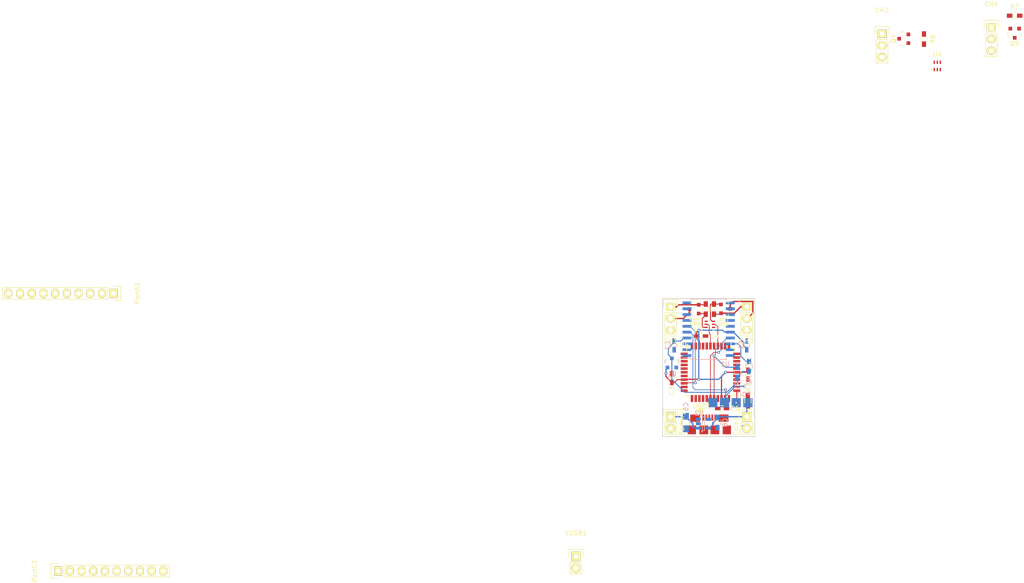
<source format=kicad_pcb>
(kicad_pcb (version 4) (host pcbnew 4.0.2+dfsg1-stable)

  (general
    (links 120)
    (no_connects 86)
    (area 188.924999 96.924999 209.075001 127.075001)
    (thickness 1.6)
    (drawings 4)
    (tracks 162)
    (zones 0)
    (modules 36)
    (nets 58)
  )

  (page A4)
  (layers
    (0 F.Cu signal)
    (31 B.Cu signal)
    (32 B.Adhes user)
    (33 F.Adhes user)
    (34 B.Paste user)
    (35 F.Paste user)
    (36 B.SilkS user)
    (37 F.SilkS user)
    (38 B.Mask user)
    (39 F.Mask user)
    (40 Dwgs.User user)
    (41 Cmts.User user)
    (42 Eco1.User user)
    (43 Eco2.User user)
    (44 Edge.Cuts user)
    (45 Margin user)
    (46 B.CrtYd user)
    (47 F.CrtYd user)
    (48 B.Fab user hide)
    (49 F.Fab user hide)
  )

  (setup
    (last_trace_width 0.1524)
    (trace_clearance 0.1524)
    (zone_clearance 0.508)
    (zone_45_only no)
    (trace_min 0.1524)
    (segment_width 0.2)
    (edge_width 0.15)
    (via_size 0.6)
    (via_drill 0.3)
    (via_min_size 0.4)
    (via_min_drill 0.3)
    (uvia_size 0.3)
    (uvia_drill 0.1)
    (uvias_allowed no)
    (uvia_min_size 0)
    (uvia_min_drill 0)
    (pcb_text_width 0.3)
    (pcb_text_size 1.5 1.5)
    (mod_edge_width 0.15)
    (mod_text_size 1 1)
    (mod_text_width 0.15)
    (pad_size 1.524 1.524)
    (pad_drill 0.762)
    (pad_to_mask_clearance 0.2)
    (aux_axis_origin 0 0)
    (visible_elements FFFFFF7F)
    (pcbplotparams
      (layerselection 0x00030_80000001)
      (usegerberextensions false)
      (excludeedgelayer true)
      (linewidth 0.100000)
      (plotframeref false)
      (viasonmask false)
      (mode 1)
      (useauxorigin false)
      (hpglpennumber 1)
      (hpglpenspeed 20)
      (hpglpendiameter 15)
      (hpglpenoverlay 2)
      (psnegative false)
      (psa4output false)
      (plotreference true)
      (plotvalue true)
      (plotinvisibletext false)
      (padsonsilk false)
      (subtractmaskfromsilk false)
      (outputformat 1)
      (mirror false)
      (drillshape 1)
      (scaleselection 1)
      (outputdirectory ""))
  )

  (net 0 "")
  (net 1 VAA)
  (net 2 GND)
  (net 3 VCC)
  (net 4 "Net-(C2-Pad2)")
  (net 5 "Net-(CH1-Pad1)")
  (net 6 "Net-(CH1-Pad2)")
  (net 7 "Net-(CH2-Pad1)")
  (net 8 "Net-(CH2-Pad2)")
  (net 9 "Net-(CH3-Pad1)")
  (net 10 "Net-(CH3-Pad2)")
  (net 11 "Net-(CH4-Pad1)")
  (net 12 "Net-(CH4-Pad2)")
  (net 13 /PDI_DATA)
  (net 14 /PDI_CLK)
  (net 15 /PA0)
  (net 16 /PA1)
  (net 17 /PA2)
  (net 18 /PA3)
  (net 19 /PA4)
  (net 20 /PA5)
  (net 21 /PA6)
  (net 22 /PA7)
  (net 23 /PC0)
  (net 24 /PC1)
  (net 25 /PC2)
  (net 26 /PC3)
  (net 27 /PC4)
  (net 28 /PC5)
  (net 29 /PC6)
  (net 30 /PC7)
  (net 31 /~RTC_PEN)
  (net 32 "Net-(Q2-Pad1)")
  (net 33 "Net-(Q3-Pad1)")
  (net 34 "Net-(Q4-Pad1)")
  (net 35 "Net-(Q5-Pad1)")
  (net 36 /SDA)
  (net 37 /SCL)
  (net 38 /RTC_~INT)
  (net 39 "Net-(U2-Pad3)")
  (net 40 /CH3_EN)
  (net 41 /CH1_EN)
  (net 42 /CH4_EN)
  (net 43 /CH2_EN)
  (net 44 +5V)
  (net 45 /~RST)
  (net 46 "Net-(U5-Pad21)")
  (net 47 "Net-(U5-Pad22)")
  (net 48 "Net-(U5-Pad23)")
  (net 49 "Net-(U5-Pad24)")
  (net 50 "Net-(U5-Pad25)")
  (net 51 /D-)
  (net 52 /D+)
  (net 53 "Net-(U5-Pad36)")
  (net 54 "Net-(U5-Pad37)")
  (net 55 "Net-(U1-Pad3)")
  (net 56 "Net-(U1-Pad20)")
  (net 57 "Net-(USB1-Pad4)")

  (net_class Default "This is the default net class."
    (clearance 0.1524)
    (trace_width 0.1524)
    (via_dia 0.6)
    (via_drill 0.3)
    (uvia_dia 0.3)
    (uvia_drill 0.1)
    (add_net +5V)
    (add_net /CH1_EN)
    (add_net /CH2_EN)
    (add_net /CH3_EN)
    (add_net /CH4_EN)
    (add_net /D+)
    (add_net /D-)
    (add_net /PA0)
    (add_net /PA1)
    (add_net /PA2)
    (add_net /PA3)
    (add_net /PA4)
    (add_net /PA5)
    (add_net /PA6)
    (add_net /PA7)
    (add_net /PC0)
    (add_net /PC1)
    (add_net /PC2)
    (add_net /PC3)
    (add_net /PC4)
    (add_net /PC5)
    (add_net /PC6)
    (add_net /PC7)
    (add_net /PDI_CLK)
    (add_net /PDI_DATA)
    (add_net /RTC_~INT)
    (add_net /SCL)
    (add_net /SDA)
    (add_net /~RST)
    (add_net /~RTC_PEN)
    (add_net GND)
    (add_net "Net-(C2-Pad2)")
    (add_net "Net-(CH1-Pad1)")
    (add_net "Net-(CH1-Pad2)")
    (add_net "Net-(CH2-Pad1)")
    (add_net "Net-(CH2-Pad2)")
    (add_net "Net-(CH3-Pad1)")
    (add_net "Net-(CH3-Pad2)")
    (add_net "Net-(CH4-Pad1)")
    (add_net "Net-(CH4-Pad2)")
    (add_net "Net-(Q2-Pad1)")
    (add_net "Net-(Q3-Pad1)")
    (add_net "Net-(Q4-Pad1)")
    (add_net "Net-(Q5-Pad1)")
    (add_net "Net-(U1-Pad20)")
    (add_net "Net-(U1-Pad3)")
    (add_net "Net-(U2-Pad3)")
    (add_net "Net-(U5-Pad21)")
    (add_net "Net-(U5-Pad22)")
    (add_net "Net-(U5-Pad23)")
    (add_net "Net-(U5-Pad24)")
    (add_net "Net-(U5-Pad25)")
    (add_net "Net-(U5-Pad36)")
    (add_net "Net-(U5-Pad37)")
    (add_net "Net-(USB1-Pad4)")
    (add_net VAA)
    (add_net VCC)
  )

  (module Housings_SOIC:SOIC-20_7.5x12.8mm_Pitch1.27mm (layer B.Cu) (tedit 54130A77) (tstamp 580B13D2)
    (at 199 103.674001)
    (descr "20-Lead Plastic Small Outline (SO) - Wide, 7.50 mm Body [SOIC] (see Microchip Packaging Specification 00000049BS.pdf)")
    (tags "SOIC 1.27")
    (path /580255A8)
    (attr smd)
    (fp_text reference U1 (at 3.565 7.577999) (layer B.SilkS)
      (effects (font (size 1 1) (thickness 0.15)) (justify mirror))
    )
    (fp_text value DS3232SN (at 0 -7.5) (layer B.Fab)
      (effects (font (size 1 1) (thickness 0.15)) (justify mirror))
    )
    (fp_line (start -5.95 6.75) (end -5.95 -6.75) (layer B.CrtYd) (width 0.05))
    (fp_line (start 5.95 6.75) (end 5.95 -6.75) (layer B.CrtYd) (width 0.05))
    (fp_line (start -5.95 6.75) (end 5.95 6.75) (layer B.CrtYd) (width 0.05))
    (fp_line (start -5.95 -6.75) (end 5.95 -6.75) (layer B.CrtYd) (width 0.05))
    (fp_line (start -3.875 6.575) (end -3.875 6.24) (layer B.SilkS) (width 0.15))
    (fp_line (start 3.875 6.575) (end 3.875 6.24) (layer B.SilkS) (width 0.15))
    (fp_line (start 3.875 -6.575) (end 3.875 -6.24) (layer B.SilkS) (width 0.15))
    (fp_line (start -3.875 -6.575) (end -3.875 -6.24) (layer B.SilkS) (width 0.15))
    (fp_line (start -3.875 6.575) (end 3.875 6.575) (layer B.SilkS) (width 0.15))
    (fp_line (start -3.875 -6.575) (end 3.875 -6.575) (layer B.SilkS) (width 0.15))
    (fp_line (start -3.875 6.24) (end -5.675 6.24) (layer B.SilkS) (width 0.15))
    (pad 1 smd rect (at -4.7 5.715) (size 1.95 0.6) (layers B.Cu B.Paste B.Mask)
      (net 2 GND))
    (pad 2 smd rect (at -4.7 4.445) (size 1.95 0.6) (layers B.Cu B.Paste B.Mask)
      (net 2 GND))
    (pad 3 smd rect (at -4.7 3.175) (size 1.95 0.6) (layers B.Cu B.Paste B.Mask)
      (net 55 "Net-(U1-Pad3)"))
    (pad 4 smd rect (at -4.7 1.905) (size 1.95 0.6) (layers B.Cu B.Paste B.Mask)
      (net 4 "Net-(C2-Pad2)"))
    (pad 5 smd rect (at -4.7 0.635) (size 1.95 0.6) (layers B.Cu B.Paste B.Mask)
      (net 38 /RTC_~INT))
    (pad 6 smd rect (at -4.7 -0.635) (size 1.95 0.6) (layers B.Cu B.Paste B.Mask)
      (net 45 /~RST))
    (pad 7 smd rect (at -4.7 -1.905) (size 1.95 0.6) (layers B.Cu B.Paste B.Mask)
      (net 2 GND))
    (pad 8 smd rect (at -4.7 -3.175) (size 1.95 0.6) (layers B.Cu B.Paste B.Mask)
      (net 2 GND))
    (pad 9 smd rect (at -4.7 -4.445) (size 1.95 0.6) (layers B.Cu B.Paste B.Mask)
      (net 2 GND))
    (pad 10 smd rect (at -4.7 -5.715) (size 1.95 0.6) (layers B.Cu B.Paste B.Mask)
      (net 2 GND))
    (pad 11 smd rect (at 4.7 -5.715) (size 1.95 0.6) (layers B.Cu B.Paste B.Mask)
      (net 2 GND))
    (pad 12 smd rect (at 4.7 -4.445) (size 1.95 0.6) (layers B.Cu B.Paste B.Mask)
      (net 2 GND))
    (pad 13 smd rect (at 4.7 -3.175) (size 1.95 0.6) (layers B.Cu B.Paste B.Mask)
      (net 2 GND))
    (pad 14 smd rect (at 4.7 -1.905) (size 1.95 0.6) (layers B.Cu B.Paste B.Mask)
      (net 2 GND))
    (pad 15 smd rect (at 4.7 -0.635) (size 1.95 0.6) (layers B.Cu B.Paste B.Mask)
      (net 2 GND))
    (pad 16 smd rect (at 4.7 0.635) (size 1.95 0.6) (layers B.Cu B.Paste B.Mask)
      (net 3 VCC))
    (pad 17 smd rect (at 4.7 1.905) (size 1.95 0.6) (layers B.Cu B.Paste B.Mask)
      (net 36 /SDA))
    (pad 18 smd rect (at 4.7 3.175) (size 1.95 0.6) (layers B.Cu B.Paste B.Mask)
      (net 37 /SCL))
    (pad 19 smd rect (at 4.7 4.445) (size 1.95 0.6) (layers B.Cu B.Paste B.Mask))
    (pad 20 smd rect (at 4.7 5.715) (size 1.95 0.6) (layers B.Cu B.Paste B.Mask)
      (net 56 "Net-(U1-Pad20)"))
    (model Housings_SOIC.3dshapes/SOIC-20_7.5x12.8mm_Pitch1.27mm.wrl
      (at (xyz 0 0 0))
      (scale (xyz 1 1 1))
      (rotate (xyz 0 0 0))
    )
  )

  (module TO_SOT_Packages_SMD:SOT-23 (layer F.Cu) (tedit 553634F8) (tstamp 580B0394)
    (at 202.67676 99.248 270)
    (descr "SOT-23, Standard")
    (tags SOT-23)
    (path /580347CE)
    (attr smd)
    (fp_text reference Q3 (at 2.86 -0.01524 270) (layer F.SilkS)
      (effects (font (size 1 1) (thickness 0.15)))
    )
    (fp_text value AO3415 (at 0 2.3 270) (layer F.Fab)
      (effects (font (size 1 1) (thickness 0.15)))
    )
    (fp_line (start -1.65 -1.6) (end 1.65 -1.6) (layer F.CrtYd) (width 0.05))
    (fp_line (start 1.65 -1.6) (end 1.65 1.6) (layer F.CrtYd) (width 0.05))
    (fp_line (start 1.65 1.6) (end -1.65 1.6) (layer F.CrtYd) (width 0.05))
    (fp_line (start -1.65 1.6) (end -1.65 -1.6) (layer F.CrtYd) (width 0.05))
    (fp_line (start 1.29916 -0.65024) (end 1.2509 -0.65024) (layer F.SilkS) (width 0.15))
    (fp_line (start -1.49982 0.0508) (end -1.49982 -0.65024) (layer F.SilkS) (width 0.15))
    (fp_line (start -1.49982 -0.65024) (end -1.2509 -0.65024) (layer F.SilkS) (width 0.15))
    (fp_line (start 1.29916 -0.65024) (end 1.49982 -0.65024) (layer F.SilkS) (width 0.15))
    (fp_line (start 1.49982 -0.65024) (end 1.49982 0.0508) (layer F.SilkS) (width 0.15))
    (pad 1 smd rect (at -0.95 1.00076 270) (size 0.8001 0.8001) (layers F.Cu F.Paste F.Mask)
      (net 33 "Net-(Q3-Pad1)"))
    (pad 2 smd rect (at 0.95 1.00076 270) (size 0.8001 0.8001) (layers F.Cu F.Paste F.Mask)
      (net 9 "Net-(CH3-Pad1)"))
    (pad 3 smd rect (at 0 -0.99822 270) (size 0.8001 0.8001) (layers F.Cu F.Paste F.Mask)
      (net 10 "Net-(CH3-Pad2)"))
    (model TO_SOT_Packages_SMD.3dshapes/SOT-23.wrl
      (at (xyz 0 0 0))
      (scale (xyz 1 1 1))
      (rotate (xyz 0 0 0))
    )
  )

  (module Pin_Headers:Pin_Header_Straight_1x02 (layer F.Cu) (tedit 54EA090C) (tstamp 580B02E2)
    (at 190.754 122.682)
    (descr "Through hole pin header")
    (tags "pin header")
    (path /580915E8)
    (fp_text reference Battery1 (at 2.413 1.016 270) (layer F.SilkS)
      (effects (font (size 1 1) (thickness 0.15)))
    )
    (fp_text value CONN_01X02 (at 0 -3.1) (layer F.Fab)
      (effects (font (size 1 1) (thickness 0.15)))
    )
    (fp_line (start 1.27 1.27) (end 1.27 3.81) (layer F.SilkS) (width 0.15))
    (fp_line (start 1.55 -1.55) (end 1.55 0) (layer F.SilkS) (width 0.15))
    (fp_line (start -1.75 -1.75) (end -1.75 4.3) (layer F.CrtYd) (width 0.05))
    (fp_line (start 1.75 -1.75) (end 1.75 4.3) (layer F.CrtYd) (width 0.05))
    (fp_line (start -1.75 -1.75) (end 1.75 -1.75) (layer F.CrtYd) (width 0.05))
    (fp_line (start -1.75 4.3) (end 1.75 4.3) (layer F.CrtYd) (width 0.05))
    (fp_line (start 1.27 1.27) (end -1.27 1.27) (layer F.SilkS) (width 0.15))
    (fp_line (start -1.55 0) (end -1.55 -1.55) (layer F.SilkS) (width 0.15))
    (fp_line (start -1.55 -1.55) (end 1.55 -1.55) (layer F.SilkS) (width 0.15))
    (fp_line (start -1.27 1.27) (end -1.27 3.81) (layer F.SilkS) (width 0.15))
    (fp_line (start -1.27 3.81) (end 1.27 3.81) (layer F.SilkS) (width 0.15))
    (pad 1 thru_hole rect (at 0 0) (size 2.032 2.032) (drill 1.016) (layers *.Cu *.Mask F.SilkS)
      (net 1 VAA))
    (pad 2 thru_hole oval (at 0 2.54) (size 2.032 2.032) (drill 1.016) (layers *.Cu *.Mask F.SilkS)
      (net 2 GND))
    (model Pin_Headers.3dshapes/Pin_Header_Straight_1x02.wrl
      (at (xyz 0 -0.05 0))
      (scale (xyz 1 1 1))
      (rotate (xyz 0 0 90))
    )
  )

  (module Capacitors_SMD:C_0603_HandSoldering (layer B.Cu) (tedit 541A9B4D) (tstamp 580B02E8)
    (at 207.264 107.188 270)
    (descr "Capacitor SMD 0603, hand soldering")
    (tags "capacitor 0603")
    (path /58093137)
    (attr smd)
    (fp_text reference C1 (at 0 1.27 270) (layer B.SilkS)
      (effects (font (size 1 1) (thickness 0.15)) (justify mirror))
    )
    (fp_text value 0.1uF (at 0 -1.9 270) (layer B.Fab)
      (effects (font (size 1 1) (thickness 0.15)) (justify mirror))
    )
    (fp_line (start -1.85 0.75) (end 1.85 0.75) (layer B.CrtYd) (width 0.05))
    (fp_line (start -1.85 -0.75) (end 1.85 -0.75) (layer B.CrtYd) (width 0.05))
    (fp_line (start -1.85 0.75) (end -1.85 -0.75) (layer B.CrtYd) (width 0.05))
    (fp_line (start 1.85 0.75) (end 1.85 -0.75) (layer B.CrtYd) (width 0.05))
    (fp_line (start -0.35 0.6) (end 0.35 0.6) (layer B.SilkS) (width 0.15))
    (fp_line (start 0.35 -0.6) (end -0.35 -0.6) (layer B.SilkS) (width 0.15))
    (pad 1 smd rect (at -0.95 0 270) (size 1.2 0.75) (layers B.Cu B.Paste B.Mask)
      (net 2 GND))
    (pad 2 smd rect (at 0.95 0 270) (size 1.2 0.75) (layers B.Cu B.Paste B.Mask)
      (net 3 VCC))
    (model Capacitors_SMD.3dshapes/C_0603_HandSoldering.wrl
      (at (xyz 0 0 0))
      (scale (xyz 1 1 1))
      (rotate (xyz 0 0 0))
    )
  )

  (module Capacitors_SMD:C_0603_HandSoldering (layer B.Cu) (tedit 541A9B4D) (tstamp 580B02EE)
    (at 191.516 107.188 90)
    (descr "Capacitor SMD 0603, hand soldering")
    (tags "capacitor 0603")
    (path /5808CBFF)
    (attr smd)
    (fp_text reference C2 (at 0 -1.397 90) (layer B.SilkS)
      (effects (font (size 1 1) (thickness 0.15)) (justify mirror))
    )
    (fp_text value 0.1uF (at 0 -1.9 90) (layer B.Fab)
      (effects (font (size 1 1) (thickness 0.15)) (justify mirror))
    )
    (fp_line (start -1.85 0.75) (end 1.85 0.75) (layer B.CrtYd) (width 0.05))
    (fp_line (start -1.85 -0.75) (end 1.85 -0.75) (layer B.CrtYd) (width 0.05))
    (fp_line (start -1.85 0.75) (end -1.85 -0.75) (layer B.CrtYd) (width 0.05))
    (fp_line (start 1.85 0.75) (end 1.85 -0.75) (layer B.CrtYd) (width 0.05))
    (fp_line (start -0.35 0.6) (end 0.35 0.6) (layer B.SilkS) (width 0.15))
    (fp_line (start 0.35 -0.6) (end -0.35 -0.6) (layer B.SilkS) (width 0.15))
    (pad 1 smd rect (at -0.95 0 90) (size 1.2 0.75) (layers B.Cu B.Paste B.Mask)
      (net 2 GND))
    (pad 2 smd rect (at 0.95 0 90) (size 1.2 0.75) (layers B.Cu B.Paste B.Mask)
      (net 4 "Net-(C2-Pad2)"))
    (model Capacitors_SMD.3dshapes/C_0603_HandSoldering.wrl
      (at (xyz 0 0 0))
      (scale (xyz 1 1 1))
      (rotate (xyz 0 0 0))
    )
  )

  (module Capacitors_SMD:C_0603_HandSoldering (layer F.Cu) (tedit 541A9B4D) (tstamp 580B02F4)
    (at 191.008 114.3 270)
    (descr "Capacitor SMD 0603, hand soldering")
    (tags "capacitor 0603")
    (path /5808BFF9)
    (attr smd)
    (fp_text reference C3 (at 2.794 0 270) (layer F.SilkS)
      (effects (font (size 1 1) (thickness 0.15)))
    )
    (fp_text value 0.1uF (at 0 1.9 270) (layer F.Fab)
      (effects (font (size 1 1) (thickness 0.15)))
    )
    (fp_line (start -1.85 -0.75) (end 1.85 -0.75) (layer F.CrtYd) (width 0.05))
    (fp_line (start -1.85 0.75) (end 1.85 0.75) (layer F.CrtYd) (width 0.05))
    (fp_line (start -1.85 -0.75) (end -1.85 0.75) (layer F.CrtYd) (width 0.05))
    (fp_line (start 1.85 -0.75) (end 1.85 0.75) (layer F.CrtYd) (width 0.05))
    (fp_line (start -0.35 -0.6) (end 0.35 -0.6) (layer F.SilkS) (width 0.15))
    (fp_line (start 0.35 0.6) (end -0.35 0.6) (layer F.SilkS) (width 0.15))
    (pad 1 smd rect (at -0.95 0 270) (size 1.2 0.75) (layers F.Cu F.Paste F.Mask)
      (net 2 GND))
    (pad 2 smd rect (at 0.95 0 270) (size 1.2 0.75) (layers F.Cu F.Paste F.Mask)
      (net 3 VCC))
    (model Capacitors_SMD.3dshapes/C_0603_HandSoldering.wrl
      (at (xyz 0 0 0))
      (scale (xyz 1 1 1))
      (rotate (xyz 0 0 0))
    )
  )

  (module Capacitors_SMD:C_0603_HandSoldering (layer F.Cu) (tedit 541A9B4D) (tstamp 580B02FA)
    (at 197.358 105.156 180)
    (descr "Capacitor SMD 0603, hand soldering")
    (tags "capacitor 0603")
    (path /5808C3E1)
    (attr smd)
    (fp_text reference C4 (at -2.921 0 180) (layer F.SilkS)
      (effects (font (size 1 1) (thickness 0.15)))
    )
    (fp_text value 0.1uF (at 0 1.9 180) (layer F.Fab)
      (effects (font (size 1 1) (thickness 0.15)))
    )
    (fp_line (start -1.85 -0.75) (end 1.85 -0.75) (layer F.CrtYd) (width 0.05))
    (fp_line (start -1.85 0.75) (end 1.85 0.75) (layer F.CrtYd) (width 0.05))
    (fp_line (start -1.85 -0.75) (end -1.85 0.75) (layer F.CrtYd) (width 0.05))
    (fp_line (start 1.85 -0.75) (end 1.85 0.75) (layer F.CrtYd) (width 0.05))
    (fp_line (start -0.35 -0.6) (end 0.35 -0.6) (layer F.SilkS) (width 0.15))
    (fp_line (start 0.35 0.6) (end -0.35 0.6) (layer F.SilkS) (width 0.15))
    (pad 1 smd rect (at -0.95 0 180) (size 1.2 0.75) (layers F.Cu F.Paste F.Mask)
      (net 2 GND))
    (pad 2 smd rect (at 0.95 0 180) (size 1.2 0.75) (layers F.Cu F.Paste F.Mask)
      (net 3 VCC))
    (model Capacitors_SMD.3dshapes/C_0603_HandSoldering.wrl
      (at (xyz 0 0 0))
      (scale (xyz 1 1 1))
      (rotate (xyz 0 0 0))
    )
  )

  (module Resistors_SMD:R_0805_HandSoldering (layer B.Cu) (tedit 54189DEE) (tstamp 580B0306)
    (at 194.056 123.952 270)
    (descr "Resistor SMD 0805, hand soldering")
    (tags "resistor 0805")
    (path /580B0062)
    (attr smd)
    (fp_text reference C5 (at -3.429 0 270) (layer B.SilkS)
      (effects (font (size 1 1) (thickness 0.15)) (justify mirror))
    )
    (fp_text value CL10A105KB8NNNC (at 0 -2.1 270) (layer B.Fab)
      (effects (font (size 1 1) (thickness 0.15)) (justify mirror))
    )
    (fp_line (start -2.4 1) (end 2.4 1) (layer B.CrtYd) (width 0.05))
    (fp_line (start -2.4 -1) (end 2.4 -1) (layer B.CrtYd) (width 0.05))
    (fp_line (start -2.4 1) (end -2.4 -1) (layer B.CrtYd) (width 0.05))
    (fp_line (start 2.4 1) (end 2.4 -1) (layer B.CrtYd) (width 0.05))
    (fp_line (start 0.6 -0.875) (end -0.6 -0.875) (layer B.SilkS) (width 0.15))
    (fp_line (start -0.6 0.875) (end 0.6 0.875) (layer B.SilkS) (width 0.15))
    (pad 1 smd rect (at -1.35 0 270) (size 1.5 1.3) (layers B.Cu B.Paste B.Mask)
      (net 1 VAA))
    (pad 2 smd rect (at 1.35 0 270) (size 1.5 1.3) (layers B.Cu B.Paste B.Mask)
      (net 2 GND))
    (model Resistors_SMD.3dshapes/R_0805_HandSoldering.wrl
      (at (xyz 0 0 0))
      (scale (xyz 1 1 1))
      (rotate (xyz 0 0 0))
    )
  )

  (module Capacitors_SMD:C_0603_HandSoldering (layer F.Cu) (tedit 541A9B4D) (tstamp 580B030C)
    (at 201.93 120.904)
    (descr "Capacitor SMD 0603, hand soldering")
    (tags "capacitor 0603")
    (path /5808C452)
    (attr smd)
    (fp_text reference C6 (at 2.794 0) (layer F.SilkS)
      (effects (font (size 1 1) (thickness 0.15)))
    )
    (fp_text value 0.1uF (at 0 1.9) (layer F.Fab)
      (effects (font (size 1 1) (thickness 0.15)))
    )
    (fp_line (start -1.85 -0.75) (end 1.85 -0.75) (layer F.CrtYd) (width 0.05))
    (fp_line (start -1.85 0.75) (end 1.85 0.75) (layer F.CrtYd) (width 0.05))
    (fp_line (start -1.85 -0.75) (end -1.85 0.75) (layer F.CrtYd) (width 0.05))
    (fp_line (start 1.85 -0.75) (end 1.85 0.75) (layer F.CrtYd) (width 0.05))
    (fp_line (start -0.35 -0.6) (end 0.35 -0.6) (layer F.SilkS) (width 0.15))
    (fp_line (start 0.35 0.6) (end -0.35 0.6) (layer F.SilkS) (width 0.15))
    (pad 1 smd rect (at -0.95 0) (size 1.2 0.75) (layers F.Cu F.Paste F.Mask)
      (net 2 GND))
    (pad 2 smd rect (at 0.95 0) (size 1.2 0.75) (layers F.Cu F.Paste F.Mask)
      (net 3 VCC))
    (model Capacitors_SMD.3dshapes/C_0603_HandSoldering.wrl
      (at (xyz 0 0 0))
      (scale (xyz 1 1 1))
      (rotate (xyz 0 0 0))
    )
  )

  (module Capacitors_SMD:C_0603_HandSoldering (layer F.Cu) (tedit 541A9B4D) (tstamp 580B0312)
    (at 207.518 113.538 90)
    (descr "Capacitor SMD 0603, hand soldering")
    (tags "capacitor 0603")
    (path /5808C4D0)
    (attr smd)
    (fp_text reference C7 (at 2.921 0 90) (layer F.SilkS)
      (effects (font (size 1 1) (thickness 0.15)))
    )
    (fp_text value 0.1uF (at 0 1.9 90) (layer F.Fab)
      (effects (font (size 1 1) (thickness 0.15)))
    )
    (fp_line (start -1.85 -0.75) (end 1.85 -0.75) (layer F.CrtYd) (width 0.05))
    (fp_line (start -1.85 0.75) (end 1.85 0.75) (layer F.CrtYd) (width 0.05))
    (fp_line (start -1.85 -0.75) (end -1.85 0.75) (layer F.CrtYd) (width 0.05))
    (fp_line (start 1.85 -0.75) (end 1.85 0.75) (layer F.CrtYd) (width 0.05))
    (fp_line (start -0.35 -0.6) (end 0.35 -0.6) (layer F.SilkS) (width 0.15))
    (fp_line (start 0.35 0.6) (end -0.35 0.6) (layer F.SilkS) (width 0.15))
    (pad 1 smd rect (at -0.95 0 90) (size 1.2 0.75) (layers F.Cu F.Paste F.Mask)
      (net 2 GND))
    (pad 2 smd rect (at 0.95 0 90) (size 1.2 0.75) (layers F.Cu F.Paste F.Mask)
      (net 3 VCC))
    (model Capacitors_SMD.3dshapes/C_0603_HandSoldering.wrl
      (at (xyz 0 0 0))
      (scale (xyz 1 1 1))
      (rotate (xyz 0 0 0))
    )
  )

  (module Resistors_SMD:R_0603_HandSoldering (layer B.Cu) (tedit 5418A00F) (tstamp 580B031E)
    (at 200.914 123.952 270)
    (descr "Resistor SMD 0603, hand soldering")
    (tags "resistor 0603")
    (path /580B01E1)
    (attr smd)
    (fp_text reference C8 (at 0 -1.651 270) (layer B.SilkS)
      (effects (font (size 1 1) (thickness 0.15)) (justify mirror))
    )
    (fp_text value CL10B225KQ8NFNC (at 0 -1.9 270) (layer B.Fab)
      (effects (font (size 1 1) (thickness 0.15)) (justify mirror))
    )
    (fp_line (start -2 0.8) (end 2 0.8) (layer B.CrtYd) (width 0.05))
    (fp_line (start -2 -0.8) (end 2 -0.8) (layer B.CrtYd) (width 0.05))
    (fp_line (start -2 0.8) (end -2 -0.8) (layer B.CrtYd) (width 0.05))
    (fp_line (start 2 0.8) (end 2 -0.8) (layer B.CrtYd) (width 0.05))
    (fp_line (start 0.5 -0.675) (end -0.5 -0.675) (layer B.SilkS) (width 0.15))
    (fp_line (start -0.5 0.675) (end 0.5 0.675) (layer B.SilkS) (width 0.15))
    (pad 1 smd rect (at -1.1 0 270) (size 1.2 0.9) (layers B.Cu B.Paste B.Mask)
      (net 3 VCC))
    (pad 2 smd rect (at 1.1 0 270) (size 1.2 0.9) (layers B.Cu B.Paste B.Mask)
      (net 2 GND))
    (model Resistors_SMD.3dshapes/R_0603_HandSoldering.wrl
      (at (xyz 0 0 0))
      (scale (xyz 1 1 1))
      (rotate (xyz 0 0 0))
    )
  )

  (module Pin_Headers:Pin_Header_Straight_1x03 (layer F.Cu) (tedit 0) (tstamp 580B0325)
    (at 190.754 98.806)
    (descr "Through hole pin header")
    (tags "pin header")
    (path /58094DD2)
    (fp_text reference CH1 (at 0 7.366) (layer F.SilkS)
      (effects (font (size 1 1) (thickness 0.15)))
    )
    (fp_text value CONN_01X03 (at 0 -3.1) (layer F.Fab)
      (effects (font (size 1 1) (thickness 0.15)))
    )
    (fp_line (start -1.75 -1.75) (end -1.75 6.85) (layer F.CrtYd) (width 0.05))
    (fp_line (start 1.75 -1.75) (end 1.75 6.85) (layer F.CrtYd) (width 0.05))
    (fp_line (start -1.75 -1.75) (end 1.75 -1.75) (layer F.CrtYd) (width 0.05))
    (fp_line (start -1.75 6.85) (end 1.75 6.85) (layer F.CrtYd) (width 0.05))
    (fp_line (start -1.27 1.27) (end -1.27 6.35) (layer F.SilkS) (width 0.15))
    (fp_line (start -1.27 6.35) (end 1.27 6.35) (layer F.SilkS) (width 0.15))
    (fp_line (start 1.27 6.35) (end 1.27 1.27) (layer F.SilkS) (width 0.15))
    (fp_line (start 1.55 -1.55) (end 1.55 0) (layer F.SilkS) (width 0.15))
    (fp_line (start 1.27 1.27) (end -1.27 1.27) (layer F.SilkS) (width 0.15))
    (fp_line (start -1.55 0) (end -1.55 -1.55) (layer F.SilkS) (width 0.15))
    (fp_line (start -1.55 -1.55) (end 1.55 -1.55) (layer F.SilkS) (width 0.15))
    (pad 1 thru_hole rect (at 0 0) (size 2.032 1.7272) (drill 1.016) (layers *.Cu *.Mask F.SilkS)
      (net 5 "Net-(CH1-Pad1)"))
    (pad 2 thru_hole oval (at 0 2.54) (size 2.032 1.7272) (drill 1.016) (layers *.Cu *.Mask F.SilkS)
      (net 6 "Net-(CH1-Pad2)"))
    (pad 3 thru_hole oval (at 0 5.08) (size 2.032 1.7272) (drill 1.016) (layers *.Cu *.Mask F.SilkS)
      (net 2 GND))
    (model Pin_Headers.3dshapes/Pin_Header_Straight_1x03.wrl
      (at (xyz 0 -0.1 0))
      (scale (xyz 1 1 1))
      (rotate (xyz 0 0 90))
    )
  )

  (module Pin_Headers:Pin_Header_Straight_1x03 (layer F.Cu) (tedit 0) (tstamp 580B032C)
    (at 236.64 39.48)
    (descr "Through hole pin header")
    (tags "pin header")
    (path /5809560D)
    (fp_text reference CH2 (at 0 -5.1) (layer F.SilkS)
      (effects (font (size 1 1) (thickness 0.15)))
    )
    (fp_text value CONN_01X03 (at 0 -3.1) (layer F.Fab)
      (effects (font (size 1 1) (thickness 0.15)))
    )
    (fp_line (start -1.75 -1.75) (end -1.75 6.85) (layer F.CrtYd) (width 0.05))
    (fp_line (start 1.75 -1.75) (end 1.75 6.85) (layer F.CrtYd) (width 0.05))
    (fp_line (start -1.75 -1.75) (end 1.75 -1.75) (layer F.CrtYd) (width 0.05))
    (fp_line (start -1.75 6.85) (end 1.75 6.85) (layer F.CrtYd) (width 0.05))
    (fp_line (start -1.27 1.27) (end -1.27 6.35) (layer F.SilkS) (width 0.15))
    (fp_line (start -1.27 6.35) (end 1.27 6.35) (layer F.SilkS) (width 0.15))
    (fp_line (start 1.27 6.35) (end 1.27 1.27) (layer F.SilkS) (width 0.15))
    (fp_line (start 1.55 -1.55) (end 1.55 0) (layer F.SilkS) (width 0.15))
    (fp_line (start 1.27 1.27) (end -1.27 1.27) (layer F.SilkS) (width 0.15))
    (fp_line (start -1.55 0) (end -1.55 -1.55) (layer F.SilkS) (width 0.15))
    (fp_line (start -1.55 -1.55) (end 1.55 -1.55) (layer F.SilkS) (width 0.15))
    (pad 1 thru_hole rect (at 0 0) (size 2.032 1.7272) (drill 1.016) (layers *.Cu *.Mask F.SilkS)
      (net 7 "Net-(CH2-Pad1)"))
    (pad 2 thru_hole oval (at 0 2.54) (size 2.032 1.7272) (drill 1.016) (layers *.Cu *.Mask F.SilkS)
      (net 8 "Net-(CH2-Pad2)"))
    (pad 3 thru_hole oval (at 0 5.08) (size 2.032 1.7272) (drill 1.016) (layers *.Cu *.Mask F.SilkS)
      (net 2 GND))
    (model Pin_Headers.3dshapes/Pin_Header_Straight_1x03.wrl
      (at (xyz 0 -0.1 0))
      (scale (xyz 1 1 1))
      (rotate (xyz 0 0 90))
    )
  )

  (module Pin_Headers:Pin_Header_Straight_1x03 (layer F.Cu) (tedit 0) (tstamp 580B0333)
    (at 207.264 98.806)
    (descr "Through hole pin header")
    (tags "pin header")
    (path /5809575A)
    (fp_text reference CH3 (at 0 7.366) (layer F.SilkS)
      (effects (font (size 1 1) (thickness 0.15)))
    )
    (fp_text value CONN_01X03 (at 0 -3.1) (layer F.Fab)
      (effects (font (size 1 1) (thickness 0.15)))
    )
    (fp_line (start -1.75 -1.75) (end -1.75 6.85) (layer F.CrtYd) (width 0.05))
    (fp_line (start 1.75 -1.75) (end 1.75 6.85) (layer F.CrtYd) (width 0.05))
    (fp_line (start -1.75 -1.75) (end 1.75 -1.75) (layer F.CrtYd) (width 0.05))
    (fp_line (start -1.75 6.85) (end 1.75 6.85) (layer F.CrtYd) (width 0.05))
    (fp_line (start -1.27 1.27) (end -1.27 6.35) (layer F.SilkS) (width 0.15))
    (fp_line (start -1.27 6.35) (end 1.27 6.35) (layer F.SilkS) (width 0.15))
    (fp_line (start 1.27 6.35) (end 1.27 1.27) (layer F.SilkS) (width 0.15))
    (fp_line (start 1.55 -1.55) (end 1.55 0) (layer F.SilkS) (width 0.15))
    (fp_line (start 1.27 1.27) (end -1.27 1.27) (layer F.SilkS) (width 0.15))
    (fp_line (start -1.55 0) (end -1.55 -1.55) (layer F.SilkS) (width 0.15))
    (fp_line (start -1.55 -1.55) (end 1.55 -1.55) (layer F.SilkS) (width 0.15))
    (pad 1 thru_hole rect (at 0 0) (size 2.032 1.7272) (drill 1.016) (layers *.Cu *.Mask F.SilkS)
      (net 9 "Net-(CH3-Pad1)"))
    (pad 2 thru_hole oval (at 0 2.54) (size 2.032 1.7272) (drill 1.016) (layers *.Cu *.Mask F.SilkS)
      (net 10 "Net-(CH3-Pad2)"))
    (pad 3 thru_hole oval (at 0 5.08) (size 2.032 1.7272) (drill 1.016) (layers *.Cu *.Mask F.SilkS)
      (net 2 GND))
    (model Pin_Headers.3dshapes/Pin_Header_Straight_1x03.wrl
      (at (xyz 0 -0.1 0))
      (scale (xyz 1 1 1))
      (rotate (xyz 0 0 90))
    )
  )

  (module Pin_Headers:Pin_Header_Straight_1x03 (layer F.Cu) (tedit 0) (tstamp 580B033A)
    (at 260.35 38.1)
    (descr "Through hole pin header")
    (tags "pin header")
    (path /580957EB)
    (fp_text reference CH4 (at 0 -5.1) (layer F.SilkS)
      (effects (font (size 1 1) (thickness 0.15)))
    )
    (fp_text value CONN_01X03 (at 0 -3.1) (layer F.Fab)
      (effects (font (size 1 1) (thickness 0.15)))
    )
    (fp_line (start -1.75 -1.75) (end -1.75 6.85) (layer F.CrtYd) (width 0.05))
    (fp_line (start 1.75 -1.75) (end 1.75 6.85) (layer F.CrtYd) (width 0.05))
    (fp_line (start -1.75 -1.75) (end 1.75 -1.75) (layer F.CrtYd) (width 0.05))
    (fp_line (start -1.75 6.85) (end 1.75 6.85) (layer F.CrtYd) (width 0.05))
    (fp_line (start -1.27 1.27) (end -1.27 6.35) (layer F.SilkS) (width 0.15))
    (fp_line (start -1.27 6.35) (end 1.27 6.35) (layer F.SilkS) (width 0.15))
    (fp_line (start 1.27 6.35) (end 1.27 1.27) (layer F.SilkS) (width 0.15))
    (fp_line (start 1.55 -1.55) (end 1.55 0) (layer F.SilkS) (width 0.15))
    (fp_line (start 1.27 1.27) (end -1.27 1.27) (layer F.SilkS) (width 0.15))
    (fp_line (start -1.55 0) (end -1.55 -1.55) (layer F.SilkS) (width 0.15))
    (fp_line (start -1.55 -1.55) (end 1.55 -1.55) (layer F.SilkS) (width 0.15))
    (pad 1 thru_hole rect (at 0 0) (size 2.032 1.7272) (drill 1.016) (layers *.Cu *.Mask F.SilkS)
      (net 11 "Net-(CH4-Pad1)"))
    (pad 2 thru_hole oval (at 0 2.54) (size 2.032 1.7272) (drill 1.016) (layers *.Cu *.Mask F.SilkS)
      (net 12 "Net-(CH4-Pad2)"))
    (pad 3 thru_hole oval (at 0 5.08) (size 2.032 1.7272) (drill 1.016) (layers *.Cu *.Mask F.SilkS)
      (net 2 GND))
    (model Pin_Headers.3dshapes/Pin_Header_Straight_1x03.wrl
      (at (xyz 0 -0.1 0))
      (scale (xyz 1 1 1))
      (rotate (xyz 0 0 90))
    )
  )

  (module Pin_Headers:Pin_Header_Straight_1x02 (layer F.Cu) (tedit 54EA090C) (tstamp 580B0340)
    (at 207.264 122.682)
    (descr "Through hole pin header")
    (tags "pin header")
    (path /58020800)
    (fp_text reference Coin1 (at -2.286 2.032 90) (layer F.SilkS)
      (effects (font (size 1 1) (thickness 0.15)))
    )
    (fp_text value CONN_01X02 (at 0 -3.1) (layer F.Fab)
      (effects (font (size 1 1) (thickness 0.15)))
    )
    (fp_line (start 1.27 1.27) (end 1.27 3.81) (layer F.SilkS) (width 0.15))
    (fp_line (start 1.55 -1.55) (end 1.55 0) (layer F.SilkS) (width 0.15))
    (fp_line (start -1.75 -1.75) (end -1.75 4.3) (layer F.CrtYd) (width 0.05))
    (fp_line (start 1.75 -1.75) (end 1.75 4.3) (layer F.CrtYd) (width 0.05))
    (fp_line (start -1.75 -1.75) (end 1.75 -1.75) (layer F.CrtYd) (width 0.05))
    (fp_line (start -1.75 4.3) (end 1.75 4.3) (layer F.CrtYd) (width 0.05))
    (fp_line (start 1.27 1.27) (end -1.27 1.27) (layer F.SilkS) (width 0.15))
    (fp_line (start -1.55 0) (end -1.55 -1.55) (layer F.SilkS) (width 0.15))
    (fp_line (start -1.55 -1.55) (end 1.55 -1.55) (layer F.SilkS) (width 0.15))
    (fp_line (start -1.27 1.27) (end -1.27 3.81) (layer F.SilkS) (width 0.15))
    (fp_line (start -1.27 3.81) (end 1.27 3.81) (layer F.SilkS) (width 0.15))
    (pad 1 thru_hole rect (at 0 0) (size 2.032 2.032) (drill 1.016) (layers *.Cu *.Mask F.SilkS)
      (net 3 VCC))
    (pad 2 thru_hole oval (at 0 2.54) (size 2.032 2.032) (drill 1.016) (layers *.Cu *.Mask F.SilkS)
      (net 2 GND))
    (model Pin_Headers.3dshapes/Pin_Header_Straight_1x02.wrl
      (at (xyz 0 -0.05 0))
      (scale (xyz 1 1 1))
      (rotate (xyz 0 0 90))
    )
  )

  (module Pin_Headers:Pin_Header_Straight_1x10 (layer F.Cu) (tedit 0) (tstamp 580B0356)
    (at 69.85 95.885 270)
    (descr "Through hole pin header")
    (tags "pin header")
    (path /58090518)
    (fp_text reference PortA1 (at 0 -5.1 270) (layer F.SilkS)
      (effects (font (size 1 1) (thickness 0.15)))
    )
    (fp_text value CONN_01X10 (at 0 -3.1 270) (layer F.Fab)
      (effects (font (size 1 1) (thickness 0.15)))
    )
    (fp_line (start -1.75 -1.75) (end -1.75 24.65) (layer F.CrtYd) (width 0.05))
    (fp_line (start 1.75 -1.75) (end 1.75 24.65) (layer F.CrtYd) (width 0.05))
    (fp_line (start -1.75 -1.75) (end 1.75 -1.75) (layer F.CrtYd) (width 0.05))
    (fp_line (start -1.75 24.65) (end 1.75 24.65) (layer F.CrtYd) (width 0.05))
    (fp_line (start 1.27 1.27) (end 1.27 24.13) (layer F.SilkS) (width 0.15))
    (fp_line (start 1.27 24.13) (end -1.27 24.13) (layer F.SilkS) (width 0.15))
    (fp_line (start -1.27 24.13) (end -1.27 1.27) (layer F.SilkS) (width 0.15))
    (fp_line (start 1.55 -1.55) (end 1.55 0) (layer F.SilkS) (width 0.15))
    (fp_line (start 1.27 1.27) (end -1.27 1.27) (layer F.SilkS) (width 0.15))
    (fp_line (start -1.55 0) (end -1.55 -1.55) (layer F.SilkS) (width 0.15))
    (fp_line (start -1.55 -1.55) (end 1.55 -1.55) (layer F.SilkS) (width 0.15))
    (pad 1 thru_hole rect (at 0 0 270) (size 2.032 1.7272) (drill 1.016) (layers *.Cu *.Mask F.SilkS)
      (net 2 GND))
    (pad 2 thru_hole oval (at 0 2.54 270) (size 2.032 1.7272) (drill 1.016) (layers *.Cu *.Mask F.SilkS)
      (net 15 /PA0))
    (pad 3 thru_hole oval (at 0 5.08 270) (size 2.032 1.7272) (drill 1.016) (layers *.Cu *.Mask F.SilkS)
      (net 16 /PA1))
    (pad 4 thru_hole oval (at 0 7.62 270) (size 2.032 1.7272) (drill 1.016) (layers *.Cu *.Mask F.SilkS)
      (net 17 /PA2))
    (pad 5 thru_hole oval (at 0 10.16 270) (size 2.032 1.7272) (drill 1.016) (layers *.Cu *.Mask F.SilkS)
      (net 18 /PA3))
    (pad 6 thru_hole oval (at 0 12.7 270) (size 2.032 1.7272) (drill 1.016) (layers *.Cu *.Mask F.SilkS)
      (net 19 /PA4))
    (pad 7 thru_hole oval (at 0 15.24 270) (size 2.032 1.7272) (drill 1.016) (layers *.Cu *.Mask F.SilkS)
      (net 20 /PA5))
    (pad 8 thru_hole oval (at 0 17.78 270) (size 2.032 1.7272) (drill 1.016) (layers *.Cu *.Mask F.SilkS)
      (net 21 /PA6))
    (pad 9 thru_hole oval (at 0 20.32 270) (size 2.032 1.7272) (drill 1.016) (layers *.Cu *.Mask F.SilkS)
      (net 22 /PA7))
    (pad 10 thru_hole oval (at 0 22.86 270) (size 2.032 1.7272) (drill 1.016) (layers *.Cu *.Mask F.SilkS)
      (net 3 VCC))
    (model Pin_Headers.3dshapes/Pin_Header_Straight_1x10.wrl
      (at (xyz 0 -0.45 0))
      (scale (xyz 1 1 1))
      (rotate (xyz 0 0 90))
    )
  )

  (module Pin_Headers:Pin_Header_Straight_1x10 (layer F.Cu) (tedit 0) (tstamp 580B0364)
    (at 57.785 156.21 90)
    (descr "Through hole pin header")
    (tags "pin header")
    (path /580905A4)
    (fp_text reference PortC1 (at 0 -5.1 90) (layer F.SilkS)
      (effects (font (size 1 1) (thickness 0.15)))
    )
    (fp_text value CONN_01X10 (at 0 -3.1 90) (layer F.Fab)
      (effects (font (size 1 1) (thickness 0.15)))
    )
    (fp_line (start -1.75 -1.75) (end -1.75 24.65) (layer F.CrtYd) (width 0.05))
    (fp_line (start 1.75 -1.75) (end 1.75 24.65) (layer F.CrtYd) (width 0.05))
    (fp_line (start -1.75 -1.75) (end 1.75 -1.75) (layer F.CrtYd) (width 0.05))
    (fp_line (start -1.75 24.65) (end 1.75 24.65) (layer F.CrtYd) (width 0.05))
    (fp_line (start 1.27 1.27) (end 1.27 24.13) (layer F.SilkS) (width 0.15))
    (fp_line (start 1.27 24.13) (end -1.27 24.13) (layer F.SilkS) (width 0.15))
    (fp_line (start -1.27 24.13) (end -1.27 1.27) (layer F.SilkS) (width 0.15))
    (fp_line (start 1.55 -1.55) (end 1.55 0) (layer F.SilkS) (width 0.15))
    (fp_line (start 1.27 1.27) (end -1.27 1.27) (layer F.SilkS) (width 0.15))
    (fp_line (start -1.55 0) (end -1.55 -1.55) (layer F.SilkS) (width 0.15))
    (fp_line (start -1.55 -1.55) (end 1.55 -1.55) (layer F.SilkS) (width 0.15))
    (pad 1 thru_hole rect (at 0 0 90) (size 2.032 1.7272) (drill 1.016) (layers *.Cu *.Mask F.SilkS)
      (net 2 GND))
    (pad 2 thru_hole oval (at 0 2.54 90) (size 2.032 1.7272) (drill 1.016) (layers *.Cu *.Mask F.SilkS)
      (net 23 /PC0))
    (pad 3 thru_hole oval (at 0 5.08 90) (size 2.032 1.7272) (drill 1.016) (layers *.Cu *.Mask F.SilkS)
      (net 24 /PC1))
    (pad 4 thru_hole oval (at 0 7.62 90) (size 2.032 1.7272) (drill 1.016) (layers *.Cu *.Mask F.SilkS)
      (net 25 /PC2))
    (pad 5 thru_hole oval (at 0 10.16 90) (size 2.032 1.7272) (drill 1.016) (layers *.Cu *.Mask F.SilkS)
      (net 26 /PC3))
    (pad 6 thru_hole oval (at 0 12.7 90) (size 2.032 1.7272) (drill 1.016) (layers *.Cu *.Mask F.SilkS)
      (net 27 /PC4))
    (pad 7 thru_hole oval (at 0 15.24 90) (size 2.032 1.7272) (drill 1.016) (layers *.Cu *.Mask F.SilkS)
      (net 28 /PC5))
    (pad 8 thru_hole oval (at 0 17.78 90) (size 2.032 1.7272) (drill 1.016) (layers *.Cu *.Mask F.SilkS)
      (net 29 /PC6))
    (pad 9 thru_hole oval (at 0 20.32 90) (size 2.032 1.7272) (drill 1.016) (layers *.Cu *.Mask F.SilkS)
      (net 30 /PC7))
    (pad 10 thru_hole oval (at 0 22.86 90) (size 2.032 1.7272) (drill 1.016) (layers *.Cu *.Mask F.SilkS)
      (net 3 VCC))
    (model Pin_Headers.3dshapes/Pin_Header_Straight_1x10.wrl
      (at (xyz 0 -0.45 0))
      (scale (xyz 1 1 1))
      (rotate (xyz 0 0 90))
    )
  )

  (module TO_SOT_Packages_SMD:SOT-23 (layer B.Cu) (tedit 553634F8) (tstamp 580B0374)
    (at 191.008 110.998 180)
    (descr "SOT-23, Standard")
    (tags SOT-23)
    (path /58025892)
    (attr smd)
    (fp_text reference Q1 (at 0 -2.413 180) (layer B.SilkS)
      (effects (font (size 1 1) (thickness 0.15)) (justify mirror))
    )
    (fp_text value AO3415 (at 0 -2.3 180) (layer B.Fab)
      (effects (font (size 1 1) (thickness 0.15)) (justify mirror))
    )
    (fp_line (start -1.65 1.6) (end 1.65 1.6) (layer B.CrtYd) (width 0.05))
    (fp_line (start 1.65 1.6) (end 1.65 -1.6) (layer B.CrtYd) (width 0.05))
    (fp_line (start 1.65 -1.6) (end -1.65 -1.6) (layer B.CrtYd) (width 0.05))
    (fp_line (start -1.65 -1.6) (end -1.65 1.6) (layer B.CrtYd) (width 0.05))
    (fp_line (start 1.29916 0.65024) (end 1.2509 0.65024) (layer B.SilkS) (width 0.15))
    (fp_line (start -1.49982 -0.0508) (end -1.49982 0.65024) (layer B.SilkS) (width 0.15))
    (fp_line (start -1.49982 0.65024) (end -1.2509 0.65024) (layer B.SilkS) (width 0.15))
    (fp_line (start 1.29916 0.65024) (end 1.49982 0.65024) (layer B.SilkS) (width 0.15))
    (fp_line (start 1.49982 0.65024) (end 1.49982 -0.0508) (layer B.SilkS) (width 0.15))
    (pad 1 smd rect (at -0.95 -1.00076 180) (size 0.8001 0.8001) (layers B.Cu B.Paste B.Mask)
      (net 31 /~RTC_PEN))
    (pad 2 smd rect (at 0.95 -1.00076 180) (size 0.8001 0.8001) (layers B.Cu B.Paste B.Mask)
      (net 3 VCC))
    (pad 3 smd rect (at 0 0.99822 180) (size 0.8001 0.8001) (layers B.Cu B.Paste B.Mask)
      (net 4 "Net-(C2-Pad2)"))
    (model TO_SOT_Packages_SMD.3dshapes/SOT-23.wrl
      (at (xyz 0 0 0))
      (scale (xyz 1 1 1))
      (rotate (xyz 0 0 0))
    )
  )

  (module TO_SOT_Packages_SMD:SOT-23 (layer F.Cu) (tedit 553634F8) (tstamp 580B0384)
    (at 195.84924 99.314 90)
    (descr "SOT-23, Standard")
    (tags SOT-23)
    (path /58031BD6)
    (attr smd)
    (fp_text reference Q2 (at -2.667 -0.26924 90) (layer F.SilkS)
      (effects (font (size 1 1) (thickness 0.15)))
    )
    (fp_text value AO3415 (at 0 2.3 90) (layer F.Fab)
      (effects (font (size 1 1) (thickness 0.15)))
    )
    (fp_line (start -1.65 -1.6) (end 1.65 -1.6) (layer F.CrtYd) (width 0.05))
    (fp_line (start 1.65 -1.6) (end 1.65 1.6) (layer F.CrtYd) (width 0.05))
    (fp_line (start 1.65 1.6) (end -1.65 1.6) (layer F.CrtYd) (width 0.05))
    (fp_line (start -1.65 1.6) (end -1.65 -1.6) (layer F.CrtYd) (width 0.05))
    (fp_line (start 1.29916 -0.65024) (end 1.2509 -0.65024) (layer F.SilkS) (width 0.15))
    (fp_line (start -1.49982 0.0508) (end -1.49982 -0.65024) (layer F.SilkS) (width 0.15))
    (fp_line (start -1.49982 -0.65024) (end -1.2509 -0.65024) (layer F.SilkS) (width 0.15))
    (fp_line (start 1.29916 -0.65024) (end 1.49982 -0.65024) (layer F.SilkS) (width 0.15))
    (fp_line (start 1.49982 -0.65024) (end 1.49982 0.0508) (layer F.SilkS) (width 0.15))
    (pad 1 smd rect (at -0.95 1.00076 90) (size 0.8001 0.8001) (layers F.Cu F.Paste F.Mask)
      (net 32 "Net-(Q2-Pad1)"))
    (pad 2 smd rect (at 0.95 1.00076 90) (size 0.8001 0.8001) (layers F.Cu F.Paste F.Mask)
      (net 5 "Net-(CH1-Pad1)"))
    (pad 3 smd rect (at 0 -0.99822 90) (size 0.8001 0.8001) (layers F.Cu F.Paste F.Mask)
      (net 6 "Net-(CH1-Pad2)"))
    (model TO_SOT_Packages_SMD.3dshapes/SOT-23.wrl
      (at (xyz 0 0 0))
      (scale (xyz 1 1 1))
      (rotate (xyz 0 0 0))
    )
  )

  (module TO_SOT_Packages_SMD:SOT-23 (layer F.Cu) (tedit 553634F8) (tstamp 580B03A4)
    (at 241.35 40.57 90)
    (descr "SOT-23, Standard")
    (tags SOT-23)
    (path /58034924)
    (attr smd)
    (fp_text reference Q4 (at 0 -2.25 90) (layer F.SilkS)
      (effects (font (size 1 1) (thickness 0.15)))
    )
    (fp_text value AO3415 (at 0 2.3 90) (layer F.Fab)
      (effects (font (size 1 1) (thickness 0.15)))
    )
    (fp_line (start -1.65 -1.6) (end 1.65 -1.6) (layer F.CrtYd) (width 0.05))
    (fp_line (start 1.65 -1.6) (end 1.65 1.6) (layer F.CrtYd) (width 0.05))
    (fp_line (start 1.65 1.6) (end -1.65 1.6) (layer F.CrtYd) (width 0.05))
    (fp_line (start -1.65 1.6) (end -1.65 -1.6) (layer F.CrtYd) (width 0.05))
    (fp_line (start 1.29916 -0.65024) (end 1.2509 -0.65024) (layer F.SilkS) (width 0.15))
    (fp_line (start -1.49982 0.0508) (end -1.49982 -0.65024) (layer F.SilkS) (width 0.15))
    (fp_line (start -1.49982 -0.65024) (end -1.2509 -0.65024) (layer F.SilkS) (width 0.15))
    (fp_line (start 1.29916 -0.65024) (end 1.49982 -0.65024) (layer F.SilkS) (width 0.15))
    (fp_line (start 1.49982 -0.65024) (end 1.49982 0.0508) (layer F.SilkS) (width 0.15))
    (pad 1 smd rect (at -0.95 1.00076 90) (size 0.8001 0.8001) (layers F.Cu F.Paste F.Mask)
      (net 34 "Net-(Q4-Pad1)"))
    (pad 2 smd rect (at 0.95 1.00076 90) (size 0.8001 0.8001) (layers F.Cu F.Paste F.Mask)
      (net 7 "Net-(CH2-Pad1)"))
    (pad 3 smd rect (at 0 -0.99822 90) (size 0.8001 0.8001) (layers F.Cu F.Paste F.Mask)
      (net 8 "Net-(CH2-Pad2)"))
    (model TO_SOT_Packages_SMD.3dshapes/SOT-23.wrl
      (at (xyz 0 0 0))
      (scale (xyz 1 1 1))
      (rotate (xyz 0 0 0))
    )
  )

  (module TO_SOT_Packages_SMD:SOT-23 (layer F.Cu) (tedit 553634F8) (tstamp 580B03B4)
    (at 265.43 39.37 180)
    (descr "SOT-23, Standard")
    (tags SOT-23)
    (path /58034956)
    (attr smd)
    (fp_text reference Q5 (at 0 -2.25 180) (layer F.SilkS)
      (effects (font (size 1 1) (thickness 0.15)))
    )
    (fp_text value AO3415 (at 0 2.3 180) (layer F.Fab)
      (effects (font (size 1 1) (thickness 0.15)))
    )
    (fp_line (start -1.65 -1.6) (end 1.65 -1.6) (layer F.CrtYd) (width 0.05))
    (fp_line (start 1.65 -1.6) (end 1.65 1.6) (layer F.CrtYd) (width 0.05))
    (fp_line (start 1.65 1.6) (end -1.65 1.6) (layer F.CrtYd) (width 0.05))
    (fp_line (start -1.65 1.6) (end -1.65 -1.6) (layer F.CrtYd) (width 0.05))
    (fp_line (start 1.29916 -0.65024) (end 1.2509 -0.65024) (layer F.SilkS) (width 0.15))
    (fp_line (start -1.49982 0.0508) (end -1.49982 -0.65024) (layer F.SilkS) (width 0.15))
    (fp_line (start -1.49982 -0.65024) (end -1.2509 -0.65024) (layer F.SilkS) (width 0.15))
    (fp_line (start 1.29916 -0.65024) (end 1.49982 -0.65024) (layer F.SilkS) (width 0.15))
    (fp_line (start 1.49982 -0.65024) (end 1.49982 0.0508) (layer F.SilkS) (width 0.15))
    (pad 1 smd rect (at -0.95 1.00076 180) (size 0.8001 0.8001) (layers F.Cu F.Paste F.Mask)
      (net 35 "Net-(Q5-Pad1)"))
    (pad 2 smd rect (at 0.95 1.00076 180) (size 0.8001 0.8001) (layers F.Cu F.Paste F.Mask)
      (net 11 "Net-(CH4-Pad1)"))
    (pad 3 smd rect (at 0 -0.99822 180) (size 0.8001 0.8001) (layers F.Cu F.Paste F.Mask)
      (net 12 "Net-(CH4-Pad2)"))
    (model TO_SOT_Packages_SMD.3dshapes/SOT-23.wrl
      (at (xyz 0 0 0))
      (scale (xyz 1 1 1))
      (rotate (xyz 0 0 0))
    )
  )

  (module Resistors_SMD:R_0603_HandSoldering (layer B.Cu) (tedit 5418A00F) (tstamp 580B03C0)
    (at 205.232 113.03 90)
    (descr "Resistor SMD 0603, hand soldering")
    (tags "resistor 0603")
    (path /58026408)
    (attr smd)
    (fp_text reference R1 (at -2.921 0 90) (layer B.SilkS)
      (effects (font (size 1 1) (thickness 0.15)) (justify mirror))
    )
    (fp_text value 10k (at 0 -1.9 90) (layer B.Fab)
      (effects (font (size 1 1) (thickness 0.15)) (justify mirror))
    )
    (fp_line (start -2 0.8) (end 2 0.8) (layer B.CrtYd) (width 0.05))
    (fp_line (start -2 -0.8) (end 2 -0.8) (layer B.CrtYd) (width 0.05))
    (fp_line (start -2 0.8) (end -2 -0.8) (layer B.CrtYd) (width 0.05))
    (fp_line (start 2 0.8) (end 2 -0.8) (layer B.CrtYd) (width 0.05))
    (fp_line (start 0.5 -0.675) (end -0.5 -0.675) (layer B.SilkS) (width 0.15))
    (fp_line (start -0.5 0.675) (end 0.5 0.675) (layer B.SilkS) (width 0.15))
    (pad 1 smd rect (at -1.1 0 90) (size 1.2 0.9) (layers B.Cu B.Paste B.Mask)
      (net 4 "Net-(C2-Pad2)"))
    (pad 2 smd rect (at 1.1 0 90) (size 1.2 0.9) (layers B.Cu B.Paste B.Mask)
      (net 36 /SDA))
    (model Resistors_SMD.3dshapes/R_0603_HandSoldering.wrl
      (at (xyz 0 0 0))
      (scale (xyz 1 1 1))
      (rotate (xyz 0 0 0))
    )
  )

  (module Resistors_SMD:R_0603_HandSoldering (layer B.Cu) (tedit 5418A00F) (tstamp 580B03CC)
    (at 207.772 111.76 90)
    (descr "Resistor SMD 0603, hand soldering")
    (tags "resistor 0603")
    (path /5808B744)
    (attr smd)
    (fp_text reference R2 (at -3.048 0 90) (layer B.SilkS)
      (effects (font (size 1 1) (thickness 0.15)) (justify mirror))
    )
    (fp_text value 10k (at 0 -1.9 90) (layer B.Fab)
      (effects (font (size 1 1) (thickness 0.15)) (justify mirror))
    )
    (fp_line (start -2 0.8) (end 2 0.8) (layer B.CrtYd) (width 0.05))
    (fp_line (start -2 -0.8) (end 2 -0.8) (layer B.CrtYd) (width 0.05))
    (fp_line (start -2 0.8) (end -2 -0.8) (layer B.CrtYd) (width 0.05))
    (fp_line (start 2 0.8) (end 2 -0.8) (layer B.CrtYd) (width 0.05))
    (fp_line (start 0.5 -0.675) (end -0.5 -0.675) (layer B.SilkS) (width 0.15))
    (fp_line (start -0.5 0.675) (end 0.5 0.675) (layer B.SilkS) (width 0.15))
    (pad 1 smd rect (at -1.1 0 90) (size 1.2 0.9) (layers B.Cu B.Paste B.Mask)
      (net 4 "Net-(C2-Pad2)"))
    (pad 2 smd rect (at 1.1 0 90) (size 1.2 0.9) (layers B.Cu B.Paste B.Mask)
      (net 37 /SCL))
    (model Resistors_SMD.3dshapes/R_0603_HandSoldering.wrl
      (at (xyz 0 0 0))
      (scale (xyz 1 1 1))
      (rotate (xyz 0 0 0))
    )
  )

  (module Resistors_SMD:R_0603_HandSoldering (layer F.Cu) (tedit 5418A00F) (tstamp 580B03D8)
    (at 207.518 119.21 90)
    (descr "Resistor SMD 0603, hand soldering")
    (tags "resistor 0603")
    (path /58093B1D)
    (attr smd)
    (fp_text reference R3 (at 2.878 0 90) (layer F.SilkS)
      (effects (font (size 1 1) (thickness 0.15)))
    )
    (fp_text value 10k (at 0 1.9 90) (layer F.Fab)
      (effects (font (size 1 1) (thickness 0.15)))
    )
    (fp_line (start -2 -0.8) (end 2 -0.8) (layer F.CrtYd) (width 0.05))
    (fp_line (start -2 0.8) (end 2 0.8) (layer F.CrtYd) (width 0.05))
    (fp_line (start -2 -0.8) (end -2 0.8) (layer F.CrtYd) (width 0.05))
    (fp_line (start 2 -0.8) (end 2 0.8) (layer F.CrtYd) (width 0.05))
    (fp_line (start 0.5 0.675) (end -0.5 0.675) (layer F.SilkS) (width 0.15))
    (fp_line (start -0.5 -0.675) (end 0.5 -0.675) (layer F.SilkS) (width 0.15))
    (pad 1 smd rect (at -1.1 0 90) (size 1.2 0.9) (layers F.Cu F.Paste F.Mask)
      (net 3 VCC))
    (pad 2 smd rect (at 1.1 0 90) (size 1.2 0.9) (layers F.Cu F.Paste F.Mask)
      (net 38 /RTC_~INT))
    (model Resistors_SMD.3dshapes/R_0603_HandSoldering.wrl
      (at (xyz 0 0 0))
      (scale (xyz 1 1 1))
      (rotate (xyz 0 0 0))
    )
  )

  (module Resistors_SMD:R_0603_HandSoldering (layer F.Cu) (tedit 5418A00F) (tstamp 580B03E4)
    (at 198.374 99.314 270)
    (descr "Resistor SMD 0603, hand soldering")
    (tags "resistor 0603")
    (path /5808B89A)
    (attr smd)
    (fp_text reference R4 (at 2.794 -3.048 270) (layer F.SilkS)
      (effects (font (size 1 1) (thickness 0.15)))
    )
    (fp_text value 10k (at 0 1.9 270) (layer F.Fab)
      (effects (font (size 1 1) (thickness 0.15)))
    )
    (fp_line (start -2 -0.8) (end 2 -0.8) (layer F.CrtYd) (width 0.05))
    (fp_line (start -2 0.8) (end 2 0.8) (layer F.CrtYd) (width 0.05))
    (fp_line (start -2 -0.8) (end -2 0.8) (layer F.CrtYd) (width 0.05))
    (fp_line (start 2 -0.8) (end 2 0.8) (layer F.CrtYd) (width 0.05))
    (fp_line (start 0.5 0.675) (end -0.5 0.675) (layer F.SilkS) (width 0.15))
    (fp_line (start -0.5 -0.675) (end 0.5 -0.675) (layer F.SilkS) (width 0.15))
    (pad 1 smd rect (at -1.1 0 270) (size 1.2 0.9) (layers F.Cu F.Paste F.Mask)
      (net 5 "Net-(CH1-Pad1)"))
    (pad 2 smd rect (at 1.1 0 270) (size 1.2 0.9) (layers F.Cu F.Paste F.Mask)
      (net 32 "Net-(Q2-Pad1)"))
    (model Resistors_SMD.3dshapes/R_0603_HandSoldering.wrl
      (at (xyz 0 0 0))
      (scale (xyz 1 1 1))
      (rotate (xyz 0 0 0))
    )
  )

  (module Resistors_SMD:R_0603_HandSoldering (layer F.Cu) (tedit 5418A00F) (tstamp 580B03F0)
    (at 200.152 99.314 90)
    (descr "Resistor SMD 0603, hand soldering")
    (tags "resistor 0603")
    (path /5808BB06)
    (attr smd)
    (fp_text reference R5 (at -2.667 -3.175 90) (layer F.SilkS)
      (effects (font (size 1 1) (thickness 0.15)))
    )
    (fp_text value 10k (at 0 1.9 90) (layer F.Fab)
      (effects (font (size 1 1) (thickness 0.15)))
    )
    (fp_line (start -2 -0.8) (end 2 -0.8) (layer F.CrtYd) (width 0.05))
    (fp_line (start -2 0.8) (end 2 0.8) (layer F.CrtYd) (width 0.05))
    (fp_line (start -2 -0.8) (end -2 0.8) (layer F.CrtYd) (width 0.05))
    (fp_line (start 2 -0.8) (end 2 0.8) (layer F.CrtYd) (width 0.05))
    (fp_line (start 0.5 0.675) (end -0.5 0.675) (layer F.SilkS) (width 0.15))
    (fp_line (start -0.5 -0.675) (end 0.5 -0.675) (layer F.SilkS) (width 0.15))
    (pad 1 smd rect (at -1.1 0 90) (size 1.2 0.9) (layers F.Cu F.Paste F.Mask)
      (net 9 "Net-(CH3-Pad1)"))
    (pad 2 smd rect (at 1.1 0 90) (size 1.2 0.9) (layers F.Cu F.Paste F.Mask)
      (net 33 "Net-(Q3-Pad1)"))
    (model Resistors_SMD.3dshapes/R_0603_HandSoldering.wrl
      (at (xyz 0 0 0))
      (scale (xyz 1 1 1))
      (rotate (xyz 0 0 0))
    )
  )

  (module Resistors_SMD:R_0603_HandSoldering (layer F.Cu) (tedit 5418A00F) (tstamp 580B03FC)
    (at 245.745 40.64 270)
    (descr "Resistor SMD 0603, hand soldering")
    (tags "resistor 0603")
    (path /5808BB73)
    (attr smd)
    (fp_text reference R6 (at 0 -1.9 270) (layer F.SilkS)
      (effects (font (size 1 1) (thickness 0.15)))
    )
    (fp_text value 10k (at 0 1.9 270) (layer F.Fab)
      (effects (font (size 1 1) (thickness 0.15)))
    )
    (fp_line (start -2 -0.8) (end 2 -0.8) (layer F.CrtYd) (width 0.05))
    (fp_line (start -2 0.8) (end 2 0.8) (layer F.CrtYd) (width 0.05))
    (fp_line (start -2 -0.8) (end -2 0.8) (layer F.CrtYd) (width 0.05))
    (fp_line (start 2 -0.8) (end 2 0.8) (layer F.CrtYd) (width 0.05))
    (fp_line (start 0.5 0.675) (end -0.5 0.675) (layer F.SilkS) (width 0.15))
    (fp_line (start -0.5 -0.675) (end 0.5 -0.675) (layer F.SilkS) (width 0.15))
    (pad 1 smd rect (at -1.1 0 270) (size 1.2 0.9) (layers F.Cu F.Paste F.Mask)
      (net 7 "Net-(CH2-Pad1)"))
    (pad 2 smd rect (at 1.1 0 270) (size 1.2 0.9) (layers F.Cu F.Paste F.Mask)
      (net 34 "Net-(Q4-Pad1)"))
    (model Resistors_SMD.3dshapes/R_0603_HandSoldering.wrl
      (at (xyz 0 0 0))
      (scale (xyz 1 1 1))
      (rotate (xyz 0 0 0))
    )
  )

  (module Resistors_SMD:R_0603_HandSoldering (layer F.Cu) (tedit 5418A00F) (tstamp 580B0408)
    (at 265.43 35.56)
    (descr "Resistor SMD 0603, hand soldering")
    (tags "resistor 0603")
    (path /5808BC05)
    (attr smd)
    (fp_text reference R7 (at 0 -1.9) (layer F.SilkS)
      (effects (font (size 1 1) (thickness 0.15)))
    )
    (fp_text value 10k (at 0 1.9) (layer F.Fab)
      (effects (font (size 1 1) (thickness 0.15)))
    )
    (fp_line (start -2 -0.8) (end 2 -0.8) (layer F.CrtYd) (width 0.05))
    (fp_line (start -2 0.8) (end 2 0.8) (layer F.CrtYd) (width 0.05))
    (fp_line (start -2 -0.8) (end -2 0.8) (layer F.CrtYd) (width 0.05))
    (fp_line (start 2 -0.8) (end 2 0.8) (layer F.CrtYd) (width 0.05))
    (fp_line (start 0.5 0.675) (end -0.5 0.675) (layer F.SilkS) (width 0.15))
    (fp_line (start -0.5 -0.675) (end 0.5 -0.675) (layer F.SilkS) (width 0.15))
    (pad 1 smd rect (at -1.1 0) (size 1.2 0.9) (layers F.Cu F.Paste F.Mask)
      (net 11 "Net-(CH4-Pad1)"))
    (pad 2 smd rect (at 1.1 0) (size 1.2 0.9) (layers F.Cu F.Paste F.Mask)
      (net 35 "Net-(Q5-Pad1)"))
    (model Resistors_SMD.3dshapes/R_0603_HandSoldering.wrl
      (at (xyz 0 0 0))
      (scale (xyz 1 1 1))
      (rotate (xyz 0 0 0))
    )
  )

  (module TO_SOT_Packages_SMD:SOT-23-5 (layer B.Cu) (tedit 55360473) (tstamp 580B041A)
    (at 197.866 124.206)
    (descr "5-pin SOT23 package")
    (tags SOT-23-5)
    (path /58091E52)
    (attr smd)
    (fp_text reference U2 (at -0.889 -2.286) (layer B.SilkS)
      (effects (font (size 1 1) (thickness 0.15)) (justify mirror))
    )
    (fp_text value TPS70925DBVR (at -0.05 -2.35) (layer B.Fab)
      (effects (font (size 1 1) (thickness 0.15)) (justify mirror))
    )
    (fp_line (start -1.8 1.6) (end 1.8 1.6) (layer B.CrtYd) (width 0.05))
    (fp_line (start 1.8 1.6) (end 1.8 -1.6) (layer B.CrtYd) (width 0.05))
    (fp_line (start 1.8 -1.6) (end -1.8 -1.6) (layer B.CrtYd) (width 0.05))
    (fp_line (start -1.8 -1.6) (end -1.8 1.6) (layer B.CrtYd) (width 0.05))
    (fp_circle (center -0.3 1.7) (end -0.2 1.7) (layer B.SilkS) (width 0.15))
    (fp_line (start 0.25 1.45) (end -0.25 1.45) (layer B.SilkS) (width 0.15))
    (fp_line (start 0.25 -1.45) (end 0.25 1.45) (layer B.SilkS) (width 0.15))
    (fp_line (start -0.25 -1.45) (end 0.25 -1.45) (layer B.SilkS) (width 0.15))
    (fp_line (start -0.25 1.45) (end -0.25 -1.45) (layer B.SilkS) (width 0.15))
    (pad 1 smd rect (at -1.1 0.95) (size 1.06 0.65) (layers B.Cu B.Paste B.Mask)
      (net 1 VAA))
    (pad 2 smd rect (at -1.1 0) (size 1.06 0.65) (layers B.Cu B.Paste B.Mask)
      (net 2 GND))
    (pad 3 smd rect (at -1.1 -0.95) (size 1.06 0.65) (layers B.Cu B.Paste B.Mask)
      (net 39 "Net-(U2-Pad3)"))
    (pad 4 smd rect (at 1.1 -0.95) (size 1.06 0.65) (layers B.Cu B.Paste B.Mask))
    (pad 5 smd rect (at 1.1 0.95) (size 1.06 0.65) (layers B.Cu B.Paste B.Mask)
      (net 3 VCC))
    (model TO_SOT_Packages_SMD.3dshapes/SOT-23-5.wrl
      (at (xyz 0 0 0))
      (scale (xyz 1 1 1))
      (rotate (xyz 0 0 0))
    )
  )

  (module "MC_Footprint:SC88(SOT363)" (layer F.Cu) (tedit 58032124) (tstamp 580B0430)
    (at 248.64 46.48)
    (path /5803421A)
    (fp_text reference U4 (at 0 -2.54) (layer F.SilkS)
      (effects (font (size 1 1) (thickness 0.15)))
    )
    (fp_text value UM6K33N (at 0 2.54) (layer F.Fab)
      (effects (font (size 1 1) (thickness 0.15)))
    )
    (fp_circle (center -1.1684 0.8128) (end -1.1176 0.8636) (layer F.SilkS) (width 0.15))
    (pad 5 smd rect (at 0 -0.8) (size 0.3 0.7) (layers F.Cu F.Paste F.Mask)
      (net 42 /CH4_EN))
    (pad 2 smd rect (at 0 0.8) (size 0.3 0.7) (layers F.Cu F.Paste F.Mask)
      (net 43 /CH2_EN))
    (pad 3 smd rect (at 0.65 0.8) (size 0.3 0.7) (layers F.Cu F.Paste F.Mask)
      (net 35 "Net-(Q5-Pad1)"))
    (pad 4 smd rect (at 0.65 -0.8) (size 0.3 0.7) (layers F.Cu F.Paste F.Mask)
      (net 2 GND))
    (pad 1 smd rect (at -0.65 0.8) (size 0.3 0.7) (layers F.Cu F.Paste F.Mask)
      (net 2 GND))
    (pad 6 smd rect (at -0.65 -0.8) (size 0.3 0.7) (layers F.Cu F.Paste F.Mask)
      (net 34 "Net-(Q4-Pad1)"))
  )

  (module Pin_Headers:Pin_Header_Straight_1x02 (layer F.Cu) (tedit 54EA090C) (tstamp 580B0436)
    (at 170.18 153.035)
    (descr "Through hole pin header")
    (tags "pin header")
    (path /5801FFC4)
    (fp_text reference VUSB1 (at 0 -5.1) (layer F.SilkS)
      (effects (font (size 1 1) (thickness 0.15)))
    )
    (fp_text value CONN_01X02 (at 0 -3.1) (layer F.Fab)
      (effects (font (size 1 1) (thickness 0.15)))
    )
    (fp_line (start 1.27 1.27) (end 1.27 3.81) (layer F.SilkS) (width 0.15))
    (fp_line (start 1.55 -1.55) (end 1.55 0) (layer F.SilkS) (width 0.15))
    (fp_line (start -1.75 -1.75) (end -1.75 4.3) (layer F.CrtYd) (width 0.05))
    (fp_line (start 1.75 -1.75) (end 1.75 4.3) (layer F.CrtYd) (width 0.05))
    (fp_line (start -1.75 -1.75) (end 1.75 -1.75) (layer F.CrtYd) (width 0.05))
    (fp_line (start -1.75 4.3) (end 1.75 4.3) (layer F.CrtYd) (width 0.05))
    (fp_line (start 1.27 1.27) (end -1.27 1.27) (layer F.SilkS) (width 0.15))
    (fp_line (start -1.55 0) (end -1.55 -1.55) (layer F.SilkS) (width 0.15))
    (fp_line (start -1.55 -1.55) (end 1.55 -1.55) (layer F.SilkS) (width 0.15))
    (fp_line (start -1.27 1.27) (end -1.27 3.81) (layer F.SilkS) (width 0.15))
    (fp_line (start -1.27 3.81) (end 1.27 3.81) (layer F.SilkS) (width 0.15))
    (pad 1 thru_hole rect (at 0 0) (size 2.032 2.032) (drill 1.016) (layers *.Cu *.Mask F.SilkS)
      (net 44 +5V))
    (pad 2 thru_hole oval (at 0 2.54) (size 2.032 2.032) (drill 1.016) (layers *.Cu *.Mask F.SilkS)
      (net 2 GND))
    (model Pin_Headers.3dshapes/Pin_Header_Straight_1x02.wrl
      (at (xyz 0 -0.05 0))
      (scale (xyz 1 1 1))
      (rotate (xyz 0 0 90))
    )
  )

  (module Housings_QFP:TQFP-44_10x10mm_Pitch0.8mm (layer F.Cu) (tedit 54130A77) (tstamp 580B0A36)
    (at 199.39 113.03 270)
    (descr "44-Lead Plastic Thin Quad Flatpack (PT) - 10x10x1.0 mm Body [TQFP] (see Microchip Packaging Specification 00000049BS.pdf)")
    (tags "QFP 0.8")
    (path /5801F6F3)
    (attr smd)
    (fp_text reference U5 (at -5.969 5.715 540) (layer F.SilkS)
      (effects (font (size 1 1) (thickness 0.15)))
    )
    (fp_text value ATXMEGA32C4-A (at 0 7.45 270) (layer F.Fab)
      (effects (font (size 1 1) (thickness 0.15)))
    )
    (fp_line (start -6.7 -6.7) (end -6.7 6.7) (layer F.CrtYd) (width 0.05))
    (fp_line (start 6.7 -6.7) (end 6.7 6.7) (layer F.CrtYd) (width 0.05))
    (fp_line (start -6.7 -6.7) (end 6.7 -6.7) (layer F.CrtYd) (width 0.05))
    (fp_line (start -6.7 6.7) (end 6.7 6.7) (layer F.CrtYd) (width 0.05))
    (fp_line (start -5.175 -5.175) (end -5.175 -4.5) (layer F.SilkS) (width 0.15))
    (fp_line (start 5.175 -5.175) (end 5.175 -4.5) (layer F.SilkS) (width 0.15))
    (fp_line (start 5.175 5.175) (end 5.175 4.5) (layer F.SilkS) (width 0.15))
    (fp_line (start -5.175 5.175) (end -5.175 4.5) (layer F.SilkS) (width 0.15))
    (fp_line (start -5.175 -5.175) (end -4.5 -5.175) (layer F.SilkS) (width 0.15))
    (fp_line (start -5.175 5.175) (end -4.5 5.175) (layer F.SilkS) (width 0.15))
    (fp_line (start 5.175 5.175) (end 4.5 5.175) (layer F.SilkS) (width 0.15))
    (fp_line (start 5.175 -5.175) (end 4.5 -5.175) (layer F.SilkS) (width 0.15))
    (fp_line (start -5.175 -4.5) (end -6.45 -4.5) (layer F.SilkS) (width 0.15))
    (pad 1 smd rect (at -5.7 -4 270) (size 1.5 0.55) (layers F.Cu F.Paste F.Mask)
      (net 20 /PA5))
    (pad 2 smd rect (at -5.7 -3.2 270) (size 1.5 0.55) (layers F.Cu F.Paste F.Mask)
      (net 21 /PA6))
    (pad 3 smd rect (at -5.7 -2.4 270) (size 1.5 0.55) (layers F.Cu F.Paste F.Mask)
      (net 22 /PA7))
    (pad 4 smd rect (at -5.7 -1.6 270) (size 1.5 0.55) (layers F.Cu F.Paste F.Mask)
      (net 41 /CH1_EN))
    (pad 5 smd rect (at -5.7 -0.8 270) (size 1.5 0.55) (layers F.Cu F.Paste F.Mask)
      (net 43 /CH2_EN))
    (pad 6 smd rect (at -5.7 0 270) (size 1.5 0.55) (layers F.Cu F.Paste F.Mask)
      (net 40 /CH3_EN))
    (pad 7 smd rect (at -5.7 0.8 270) (size 1.5 0.55) (layers F.Cu F.Paste F.Mask)
      (net 42 /CH4_EN))
    (pad 8 smd rect (at -5.7 1.6 270) (size 1.5 0.55) (layers F.Cu F.Paste F.Mask)
      (net 2 GND))
    (pad 9 smd rect (at -5.7 2.4 270) (size 1.5 0.55) (layers F.Cu F.Paste F.Mask)
      (net 3 VCC))
    (pad 10 smd rect (at -5.7 3.2 270) (size 1.5 0.55) (layers F.Cu F.Paste F.Mask)
      (net 23 /PC0))
    (pad 11 smd rect (at -5.7 4 270) (size 1.5 0.55) (layers F.Cu F.Paste F.Mask)
      (net 24 /PC1))
    (pad 12 smd rect (at -4 5.7) (size 1.5 0.55) (layers F.Cu F.Paste F.Mask)
      (net 25 /PC2))
    (pad 13 smd rect (at -3.2 5.7) (size 1.5 0.55) (layers F.Cu F.Paste F.Mask)
      (net 26 /PC3))
    (pad 14 smd rect (at -2.4 5.7) (size 1.5 0.55) (layers F.Cu F.Paste F.Mask)
      (net 27 /PC4))
    (pad 15 smd rect (at -1.6 5.7) (size 1.5 0.55) (layers F.Cu F.Paste F.Mask)
      (net 28 /PC5))
    (pad 16 smd rect (at -0.8 5.7) (size 1.5 0.55) (layers F.Cu F.Paste F.Mask)
      (net 29 /PC6))
    (pad 17 smd rect (at 0 5.7) (size 1.5 0.55) (layers F.Cu F.Paste F.Mask)
      (net 30 /PC7))
    (pad 18 smd rect (at 0.8 5.7) (size 1.5 0.55) (layers F.Cu F.Paste F.Mask)
      (net 2 GND))
    (pad 19 smd rect (at 1.6 5.7) (size 1.5 0.55) (layers F.Cu F.Paste F.Mask)
      (net 3 VCC))
    (pad 20 smd rect (at 2.4 5.7) (size 1.5 0.55) (layers F.Cu F.Paste F.Mask)
      (net 45 /~RST))
    (pad 21 smd rect (at 3.2 5.7) (size 1.5 0.55) (layers F.Cu F.Paste F.Mask)
      (net 46 "Net-(U5-Pad21)"))
    (pad 22 smd rect (at 4 5.7) (size 1.5 0.55) (layers F.Cu F.Paste F.Mask)
      (net 47 "Net-(U5-Pad22)"))
    (pad 23 smd rect (at 5.7 4 270) (size 1.5 0.55) (layers F.Cu F.Paste F.Mask)
      (net 48 "Net-(U5-Pad23)"))
    (pad 24 smd rect (at 5.7 3.2 270) (size 1.5 0.55) (layers F.Cu F.Paste F.Mask)
      (net 49 "Net-(U5-Pad24)"))
    (pad 25 smd rect (at 5.7 2.4 270) (size 1.5 0.55) (layers F.Cu F.Paste F.Mask)
      (net 50 "Net-(U5-Pad25)"))
    (pad 26 smd rect (at 5.7 1.6 270) (size 1.5 0.55) (layers F.Cu F.Paste F.Mask)
      (net 51 /D-))
    (pad 27 smd rect (at 5.7 0.8 270) (size 1.5 0.55) (layers F.Cu F.Paste F.Mask)
      (net 52 /D+))
    (pad 28 smd rect (at 5.7 0 270) (size 1.5 0.55) (layers F.Cu F.Paste F.Mask)
      (net 37 /SCL))
    (pad 29 smd rect (at 5.7 -0.8 270) (size 1.5 0.55) (layers F.Cu F.Paste F.Mask)
      (net 36 /SDA))
    (pad 30 smd rect (at 5.7 -1.6 270) (size 1.5 0.55) (layers F.Cu F.Paste F.Mask)
      (net 2 GND))
    (pad 31 smd rect (at 5.7 -2.4 270) (size 1.5 0.55) (layers F.Cu F.Paste F.Mask)
      (net 3 VCC))
    (pad 32 smd rect (at 5.7 -3.2 270) (size 1.5 0.55) (layers F.Cu F.Paste F.Mask)
      (net 38 /RTC_~INT))
    (pad 33 smd rect (at 5.7 -4 270) (size 1.5 0.55) (layers F.Cu F.Paste F.Mask)
      (net 31 /~RTC_PEN))
    (pad 34 smd rect (at 4 -5.7) (size 1.5 0.55) (layers F.Cu F.Paste F.Mask)
      (net 13 /PDI_DATA))
    (pad 35 smd rect (at 3.2 -5.7) (size 1.5 0.55) (layers F.Cu F.Paste F.Mask)
      (net 14 /PDI_CLK))
    (pad 36 smd rect (at 2.4 -5.7) (size 1.5 0.55) (layers F.Cu F.Paste F.Mask)
      (net 53 "Net-(U5-Pad36)"))
    (pad 37 smd rect (at 1.6 -5.7) (size 1.5 0.55) (layers F.Cu F.Paste F.Mask)
      (net 54 "Net-(U5-Pad37)"))
    (pad 38 smd rect (at 0.8 -5.7) (size 1.5 0.55) (layers F.Cu F.Paste F.Mask)
      (net 2 GND))
    (pad 39 smd rect (at 0 -5.7) (size 1.5 0.55) (layers F.Cu F.Paste F.Mask)
      (net 3 VCC))
    (pad 40 smd rect (at -0.8 -5.7) (size 1.5 0.55) (layers F.Cu F.Paste F.Mask)
      (net 15 /PA0))
    (pad 41 smd rect (at -1.6 -5.7) (size 1.5 0.55) (layers F.Cu F.Paste F.Mask)
      (net 16 /PA1))
    (pad 42 smd rect (at -2.4 -5.7) (size 1.5 0.55) (layers F.Cu F.Paste F.Mask)
      (net 17 /PA2))
    (pad 43 smd rect (at -3.2 -5.7) (size 1.5 0.55) (layers F.Cu F.Paste F.Mask)
      (net 18 /PA3))
    (pad 44 smd rect (at -4 -5.7) (size 1.5 0.55) (layers F.Cu F.Paste F.Mask)
      (net 19 /PA4))
    (model Housings_QFP.3dshapes/TQFP-44_10x10mm_Pitch0.8mm.wrl
      (at (xyz 0 0 0))
      (scale (xyz 1 1 1))
      (rotate (xyz 0 0 0))
    )
  )

  (module MC_Footprint:PDI_PROG_HEADER (layer B.Cu) (tedit 5810232D) (tstamp 58102F8C)
    (at 203.708 119.634 180)
    (path /5808D539)
    (fp_text reference PDI1 (at -2.794 1.778 180) (layer B.SilkS)
      (effects (font (size 1 1) (thickness 0.15)) (justify mirror))
    )
    (fp_text value CONN_01X04 (at 0 -2.032 180) (layer B.Fab)
      (effects (font (size 1 1) (thickness 0.15)) (justify mirror))
    )
    (pad 4 smd rect (at 3.81 0 180) (size 2 2) (layers B.Cu B.Paste B.Mask)
      (net 2 GND))
    (pad 3 smd rect (at 1.27 0 180) (size 2 2) (layers B.Cu B.Paste B.Mask)
      (net 14 /PDI_CLK))
    (pad 2 smd rect (at -1.27 0 180) (size 2 2) (layers B.Cu B.Paste B.Mask)
      (net 13 /PDI_DATA))
    (pad 1 smd rect (at -3.81 0 180) (size 2 2) (layers B.Cu B.Paste B.Mask)
      (net 3 VCC))
  )

  (module MC_Footprint:micro_USB (layer F.Cu) (tedit 580C0BD4) (tstamp 581034DF)
    (at 199.146 125.5522)
    (path /580E71BC)
    (fp_text reference USB1 (at -1.661 -5.1562) (layer F.SilkS)
      (effects (font (size 1 1) (thickness 0.15)))
    )
    (fp_text value micro_USB (at -4.39 2.34) (layer F.Fab)
      (effects (font (size 1 1) (thickness 0.15)))
    )
    (fp_circle (center -1.905 -4.145) (end -1.81 -4.14) (layer F.SilkS) (width 0.5))
    (fp_line (start -4.7 1.45) (end 4.7 1.45) (layer F.SilkS) (width 0.15))
    (fp_text user "PCB Edge" (at 4.26 2.39) (layer F.Fab)
      (effects (font (size 1 1) (thickness 0.15)))
    )
    (fp_line (start -4.7 1.45) (end 4.7 1.45) (layer F.Fab) (width 0.15))
    (pad 6 smd rect (at -1.2 0) (size 1.9 1.9) (layers F.Cu F.Paste F.Mask)
      (net 2 GND))
    (pad 6 smd rect (at 1.2 0) (size 1.9 1.9) (layers F.Cu F.Paste F.Mask)
      (net 2 GND))
    (pad 6 smd rect (at -3.8 0) (size 1.8 1.9) (layers F.Cu F.Paste F.Mask)
      (net 2 GND))
    (pad 6 smd rect (at 3.8 0) (size 1.8 1.9) (layers F.Cu F.Paste F.Mask)
      (net 2 GND))
    (pad 5 smd rect (at 1.3 -2.675) (size 0.4 1.35) (layers F.Cu F.Paste F.Mask)
      (net 2 GND))
    (pad 1 smd rect (at -1.3 -2.675) (size 0.4 1.35) (layers F.Cu F.Paste F.Mask)
      (net 44 +5V))
    (pad 4 smd rect (at 0.65 -2.675) (size 0.4 1.35) (layers F.Cu F.Paste F.Mask)
      (net 57 "Net-(USB1-Pad4)"))
    (pad 2 smd rect (at -0.65 -2.675) (size 0.4 1.35) (layers F.Cu F.Paste F.Mask)
      (net 51 /D-))
    (pad 3 smd rect (at 0 -2.675) (size 0.4 1.35) (layers F.Cu F.Paste F.Mask)
      (net 52 /D+))
    (pad 6 smd rect (at 3.1 -2.55) (size 2.1 1.6) (layers F.Cu F.Paste F.Mask)
      (net 2 GND))
    (pad 6 smd rect (at -3.1 -2.55) (size 2.1 1.6) (layers F.Cu F.Paste F.Mask)
      (net 2 GND))
    (model "../../../../../media/BlackMamba/Wild Spy/WS Engineering/KiCad/Libraries/3D Models/10118192.wrl"
      (at (xyz -3.92 0.13 -0.017))
      (scale (xyz 0.4 0.4 0.4))
      (rotate (xyz -90 0 0))
    )
  )

  (module "MC_Footprint:SC88(SOT363)" (layer F.Cu) (tedit 58032124) (tstamp 581040A7)
    (at 199.263 102.616 270)
    (path /580341A9)
    (fp_text reference U3 (at 1.016 2.54 360) (layer F.SilkS)
      (effects (font (size 1 1) (thickness 0.15)))
    )
    (fp_text value UM6K33N (at 0 2.54 270) (layer F.Fab)
      (effects (font (size 1 1) (thickness 0.15)))
    )
    (fp_circle (center 1.1684 -0.8128) (end 1.1176 -0.8636) (layer F.SilkS) (width 0.15))
    (pad 5 smd rect (at 0 0.8 90) (size 0.3 0.7) (layers F.Cu F.Paste F.Mask)
      (net 40 /CH3_EN))
    (pad 2 smd rect (at 0 -0.8 90) (size 0.3 0.7) (layers F.Cu F.Paste F.Mask)
      (net 41 /CH1_EN))
    (pad 3 smd rect (at -0.65 -0.8 90) (size 0.3 0.7) (layers F.Cu F.Paste F.Mask)
      (net 33 "Net-(Q3-Pad1)"))
    (pad 4 smd rect (at -0.65 0.8 90) (size 0.3 0.7) (layers F.Cu F.Paste F.Mask)
      (net 2 GND))
    (pad 1 smd rect (at 0.65 -0.8 90) (size 0.3 0.7) (layers F.Cu F.Paste F.Mask)
      (net 2 GND))
    (pad 6 smd rect (at 0.65 0.8 90) (size 0.3 0.7) (layers F.Cu F.Paste F.Mask)
      (net 32 "Net-(Q2-Pad1)"))
    (model "../../../../../media/BlackMamba/Wild Spy/WS Engineering/KiCad/Libraries/3D Models/SOT363.wrl"
      (at (xyz 0 0 0))
      (scale (xyz 1 1 1))
      (rotate (xyz 0 0 0))
    )
  )

  (gr_line (start 209 127) (end 189 127) (angle 90) (layer Edge.Cuts) (width 0.15))
  (gr_line (start 209 97) (end 209 127) (angle 90) (layer Edge.Cuts) (width 0.15))
  (gr_line (start 189 97) (end 209 97) (angle 90) (layer Edge.Cuts) (width 0.15))
  (gr_line (start 189 127) (end 189 97) (angle 90) (layer Edge.Cuts) (width 0.15))

  (segment (start 194.056 122.602) (end 194.056 122.682) (width 0.3048) (layer B.Cu) (net 1))
  (segment (start 194.056 122.682) (end 195.58 124.206) (width 0.3048) (layer B.Cu) (net 1))
  (segment (start 195.58 124.206) (end 195.58 124.8048) (width 0.3048) (layer B.Cu) (net 1))
  (segment (start 195.58 124.8048) (end 195.9312 125.156) (width 0.3048) (layer B.Cu) (net 1))
  (segment (start 195.9312 125.156) (end 196.766 125.156) (width 0.3048) (layer B.Cu) (net 1))
  (segment (start 190.754 122.682) (end 193.976 122.682) (width 0.3048) (layer B.Cu) (net 1))
  (segment (start 193.976 122.682) (end 194.056 122.602) (width 0.3048) (layer B.Cu) (net 1))
  (segment (start 206.352 124.648) (end 206.502 124.798) (width 0.3048) (layer B.Cu) (net 2))
  (segment (start 207.264 122.682) (end 207.264 119.888) (width 0.3048) (layer B.Cu) (net 3))
  (segment (start 207.264 119.888) (end 207.518 119.634) (width 0.3048) (layer B.Cu) (net 3))
  (segment (start 199.898 124.429) (end 199.898 124.018) (width 0.3048) (layer B.Cu) (net 3))
  (segment (start 199.898 124.018) (end 200.914 123.002) (width 0.3048) (layer B.Cu) (net 3))
  (segment (start 200.914 123.002) (end 200.914 122.852) (width 0.3048) (layer B.Cu) (net 3))
  (segment (start 198.966 125.156) (end 199.171 125.156) (width 0.3048) (layer B.Cu) (net 3))
  (segment (start 199.171 125.156) (end 199.898 124.429) (width 0.3048) (layer B.Cu) (net 3))
  (segment (start 207.264 122.682) (end 201.084 122.682) (width 0.3048) (layer B.Cu) (net 3))
  (segment (start 201.084 122.682) (end 200.914 122.852) (width 0.3048) (layer B.Cu) (net 3))
  (segment (start 202.692 113.03) (end 201.79 113.932) (width 0.254) (layer F.Cu) (net 3))
  (segment (start 201.79 113.932) (end 201.79 118.73) (width 0.254) (layer F.Cu) (net 3))
  (segment (start 202.692 113.03) (end 205.09 113.03) (width 0.254) (layer F.Cu) (net 3))
  (segment (start 196.85 114.554) (end 201.168 114.554) (width 0.254) (layer B.Cu) (net 3))
  (via (at 202.692 113.03) (size 0.6) (drill 0.3) (layers F.Cu B.Cu) (net 3))
  (segment (start 201.168 114.554) (end 202.692 113.03) (width 0.254) (layer B.Cu) (net 3))
  (segment (start 189.738 113.284) (end 189.738 112.31876) (width 0.254) (layer B.Cu) (net 3))
  (segment (start 189.738 112.31876) (end 190.058 111.99876) (width 0.254) (layer B.Cu) (net 3))
  (segment (start 191.008 115.25) (end 189.738 113.98) (width 0.254) (layer F.Cu) (net 3))
  (segment (start 189.738 113.98) (end 189.738 113.284) (width 0.254) (layer F.Cu) (net 3))
  (via (at 189.738 113.284) (size 0.6) (drill 0.3) (layers F.Cu B.Cu) (net 3))
  (segment (start 196.85 114.554) (end 193.766 114.554) (width 0.254) (layer F.Cu) (net 3))
  (segment (start 193.766 114.554) (end 193.69 114.63) (width 0.254) (layer F.Cu) (net 3))
  (segment (start 196.85 104.310264) (end 196.85 114.554) (width 0.254) (layer B.Cu) (net 3))
  (via (at 196.85 114.554) (size 0.6) (drill 0.3) (layers F.Cu B.Cu) (net 3))
  (segment (start 196.85 103.886) (end 196.85 104.310264) (width 0.254) (layer B.Cu) (net 3))
  (segment (start 196.408 105.156) (end 196.408 104.328) (width 0.254) (layer F.Cu) (net 3))
  (segment (start 196.408 104.328) (end 196.85 103.886) (width 0.254) (layer F.Cu) (net 3))
  (segment (start 202.047999 103.886) (end 196.85 103.886) (width 0.254) (layer B.Cu) (net 3))
  (via (at 196.85 103.886) (size 0.6) (drill 0.3) (layers F.Cu B.Cu) (net 3))
  (segment (start 203.7 104.309001) (end 202.471 104.309001) (width 0.254) (layer B.Cu) (net 3))
  (segment (start 202.471 104.309001) (end 202.047999 103.886) (width 0.254) (layer B.Cu) (net 3))
  (segment (start 203.7 104.309001) (end 204.375 104.309001) (width 0.254) (layer B.Cu) (net 3))
  (segment (start 204.375 104.309001) (end 206.609599 106.5436) (width 0.254) (layer B.Cu) (net 3))
  (segment (start 206.609599 106.5436) (end 206.609599 107.258599) (width 0.254) (layer B.Cu) (net 3))
  (segment (start 206.609599 107.258599) (end 207.264 107.913) (width 0.254) (layer B.Cu) (net 3))
  (segment (start 207.264 107.913) (end 207.264 108.138) (width 0.254) (layer B.Cu) (net 3))
  (segment (start 196.408 105.156) (end 196.408 105.7342) (width 0.2032) (layer F.Cu) (net 3))
  (segment (start 196.408 105.7342) (end 196.99 106.3162) (width 0.2032) (layer F.Cu) (net 3))
  (segment (start 196.99 106.3162) (end 196.99 106.3768) (width 0.2032) (layer F.Cu) (net 3))
  (segment (start 196.99 106.3768) (end 196.99 107.33) (width 0.2032) (layer F.Cu) (net 3))
  (segment (start 191.008 115.25) (end 191.5862 115.25) (width 0.2032) (layer F.Cu) (net 3))
  (segment (start 191.5862 115.25) (end 192.2062 114.63) (width 0.2032) (layer F.Cu) (net 3))
  (segment (start 192.2062 114.63) (end 192.7368 114.63) (width 0.2032) (layer F.Cu) (net 3))
  (segment (start 192.7368 114.63) (end 193.69 114.63) (width 0.2032) (layer F.Cu) (net 3))
  (segment (start 207.518 113.03) (end 207.518 112.588) (width 0.2032) (layer F.Cu) (net 3))
  (segment (start 205.09 113.03) (end 207.518 113.03) (width 0.2032) (layer F.Cu) (net 3))
  (segment (start 193.848001 117.394001) (end 191.008 114.554) (width 0.2032) (layer B.Cu) (net 4))
  (segment (start 191.008 114.554) (end 191.008 109.99978) (width 0.2032) (layer B.Cu) (net 4))
  (segment (start 205.232 114.13) (end 205.232 115.119922) (width 0.2032) (layer B.Cu) (net 4))
  (segment (start 205.232 115.119922) (end 202.957921 117.394001) (width 0.2032) (layer B.Cu) (net 4))
  (segment (start 202.957921 117.394001) (end 193.848001 117.394001) (width 0.2032) (layer B.Cu) (net 4))
  (segment (start 207.772 112.86) (end 206.352 112.86) (width 0.2032) (layer B.Cu) (net 4))
  (segment (start 206.352 112.86) (end 205.232 113.98) (width 0.2032) (layer B.Cu) (net 4))
  (segment (start 205.232 113.98) (end 205.232 114.13) (width 0.2032) (layer B.Cu) (net 4))
  (segment (start 191.516 106.238) (end 192.966001 106.238) (width 0.2032) (layer B.Cu) (net 4))
  (segment (start 192.966001 106.238) (end 193.625 105.579001) (width 0.2032) (layer B.Cu) (net 4))
  (segment (start 193.625 105.579001) (end 194.3 105.579001) (width 0.2032) (layer B.Cu) (net 4))
  (segment (start 190.246 109.22) (end 190.246 107.733) (width 0.2032) (layer B.Cu) (net 4))
  (segment (start 191.516 106.463) (end 191.516 106.238) (width 0.2032) (layer B.Cu) (net 4))
  (segment (start 190.246 107.733) (end 191.516 106.463) (width 0.2032) (layer B.Cu) (net 4))
  (segment (start 191.008 109.982) (end 190.246 109.22) (width 0.2032) (layer B.Cu) (net 4))
  (segment (start 191.008 109.99978) (end 191.008 109.982) (width 0.2032) (layer B.Cu) (net 4))
  (segment (start 190.754 98.806) (end 192.0748 98.806) (width 0.3048) (layer F.Cu) (net 5))
  (segment (start 192.0748 98.806) (end 192.5168 98.364) (width 0.3048) (layer F.Cu) (net 5))
  (segment (start 192.5168 98.364) (end 196.14515 98.364) (width 0.3048) (layer F.Cu) (net 5))
  (segment (start 196.14515 98.364) (end 196.85 98.364) (width 0.3048) (layer F.Cu) (net 5))
  (segment (start 196.85 98.364) (end 198.224 98.364) (width 0.2032) (layer F.Cu) (net 5))
  (segment (start 198.224 98.364) (end 198.374 98.214) (width 0.2032) (layer F.Cu) (net 5))
  (segment (start 194.85102 99.314) (end 194.85102 100.01885) (width 0.3048) (layer F.Cu) (net 6))
  (segment (start 192.0748 101.346) (end 190.754 101.346) (width 0.3048) (layer F.Cu) (net 6))
  (segment (start 194.85102 100.01885) (end 193.52387 101.346) (width 0.3048) (layer F.Cu) (net 6))
  (segment (start 193.52387 101.346) (end 192.0748 101.346) (width 0.3048) (layer F.Cu) (net 6))
  (segment (start 207.264 98.806) (end 205.9432 98.806) (width 0.3048) (layer F.Cu) (net 9))
  (segment (start 205.9432 98.806) (end 204.5512 100.198) (width 0.3048) (layer F.Cu) (net 9))
  (segment (start 204.5512 100.198) (end 202.38085 100.198) (width 0.3048) (layer F.Cu) (net 9))
  (segment (start 202.38085 100.198) (end 201.676 100.198) (width 0.3048) (layer F.Cu) (net 9))
  (segment (start 200.152 100.414) (end 201.46 100.414) (width 0.2032) (layer F.Cu) (net 9))
  (segment (start 201.46 100.414) (end 201.676 100.198) (width 0.2032) (layer F.Cu) (net 9))
  (segment (start 204.368401 97.637599) (end 203.67498 98.33102) (width 0.3048) (layer F.Cu) (net 10))
  (segment (start 203.67498 98.33102) (end 203.67498 99.248) (width 0.3048) (layer F.Cu) (net 10))
  (segment (start 207.264 101.346) (end 207.4164 101.346) (width 0.3048) (layer F.Cu) (net 10))
  (segment (start 208.523841 97.637599) (end 204.368401 97.637599) (width 0.3048) (layer F.Cu) (net 10))
  (segment (start 207.4164 101.346) (end 208.5848 100.1776) (width 0.3048) (layer F.Cu) (net 10))
  (segment (start 208.5848 100.1776) (end 208.584801 97.698559) (width 0.3048) (layer F.Cu) (net 10))
  (segment (start 208.584801 97.698559) (end 208.523841 97.637599) (width 0.3048) (layer F.Cu) (net 10))
  (segment (start 205.09 117.03) (end 205.09 119.522) (width 0.2032) (layer F.Cu) (net 13))
  (segment (start 205.09 119.522) (end 204.978 119.634) (width 0.2032) (layer F.Cu) (net 13))
  (via (at 204.978 119.634) (size 0.6) (drill 0.3) (layers F.Cu B.Cu) (net 13))
  (segment (start 206.756 116.078) (end 205.242 116.078) (width 0.2032) (layer F.Cu) (net 14))
  (segment (start 205.242 116.078) (end 205.09 116.23) (width 0.2032) (layer F.Cu) (net 14))
  (segment (start 202.438 119.634) (end 202.438 118.4308) (width 0.2032) (layer B.Cu) (net 14))
  (segment (start 202.438 118.4308) (end 204.7908 116.078) (width 0.2032) (layer B.Cu) (net 14))
  (segment (start 204.7908 116.078) (end 206.756 116.078) (width 0.2032) (layer B.Cu) (net 14))
  (via (at 206.756 116.078) (size 0.6) (drill 0.3) (layers F.Cu B.Cu) (net 14))
  (segment (start 196.85 100.264) (end 198.224 100.264) (width 0.2032) (layer F.Cu) (net 32))
  (segment (start 198.224 100.264) (end 198.374 100.414) (width 0.2032) (layer F.Cu) (net 32))
  (segment (start 198.374 100.414) (end 198.374 100.564) (width 0.2032) (layer F.Cu) (net 32))
  (segment (start 198.374 100.564) (end 197.612 101.326) (width 0.2032) (layer F.Cu) (net 32))
  (segment (start 197.612 101.326) (end 197.612 103.0952) (width 0.2032) (layer F.Cu) (net 32))
  (segment (start 197.612 103.0952) (end 197.7828 103.266) (width 0.2032) (layer F.Cu) (net 32))
  (segment (start 197.7828 103.266) (end 198.336 103.266) (width 0.2032) (layer F.Cu) (net 32))
  (segment (start 200.152 98.214) (end 201.592 98.214) (width 0.2032) (layer F.Cu) (net 33))
  (segment (start 201.592 98.214) (end 201.676 98.298) (width 0.2032) (layer F.Cu) (net 33))
  (segment (start 200.152 98.214) (end 199.4988 98.214) (width 0.2032) (layer F.Cu) (net 33))
  (segment (start 199.4988 98.214) (end 199.39 98.3228) (width 0.2032) (layer F.Cu) (net 33))
  (segment (start 199.39 101.6) (end 199.756 101.966) (width 0.2032) (layer F.Cu) (net 33))
  (segment (start 199.39 98.3228) (end 199.39 101.6) (width 0.2032) (layer F.Cu) (net 33))
  (segment (start 199.756 101.966) (end 199.936 101.966) (width 0.2032) (layer F.Cu) (net 33))
  (segment (start 205.232 111.93) (end 202.608 111.93) (width 0.2032) (layer B.Cu) (net 36))
  (segment (start 202.608 111.93) (end 200.152 109.474) (width 0.2032) (layer B.Cu) (net 36))
  (segment (start 200.152 109.474) (end 200.451999 109.174001) (width 0.1524) (layer B.Cu) (net 36))
  (segment (start 200.451999 109.174001) (end 200.451999 108.152002) (width 0.1524) (layer B.Cu) (net 36))
  (segment (start 200.451999 108.152002) (end 203.025 105.579001) (width 0.1524) (layer B.Cu) (net 36))
  (segment (start 203.025 105.579001) (end 203.7 105.579001) (width 0.1524) (layer B.Cu) (net 36))
  (segment (start 200.19 118.73) (end 200.19 109.512) (width 0.1524) (layer F.Cu) (net 36))
  (segment (start 200.19 109.512) (end 200.152 109.474) (width 0.1524) (layer F.Cu) (net 36))
  (via (at 200.152 109.474) (size 0.6) (drill 0.3) (layers F.Cu B.Cu) (net 36))
  (segment (start 205.994 107.442) (end 205.401001 106.849001) (width 0.2032) (layer B.Cu) (net 37))
  (segment (start 205.401001 106.849001) (end 203.7 106.849001) (width 0.2032) (layer B.Cu) (net 37))
  (segment (start 205.994 109.5352) (end 205.994 107.442) (width 0.2032) (layer B.Cu) (net 37))
  (segment (start 207.772 110.66) (end 207.1188 110.66) (width 0.2032) (layer B.Cu) (net 37))
  (segment (start 207.1188 110.66) (end 205.994 109.5352) (width 0.2032) (layer B.Cu) (net 37))
  (segment (start 201.168 108.712) (end 203.030999 106.849001) (width 0.1524) (layer B.Cu) (net 37))
  (segment (start 203.030999 106.849001) (end 203.7 106.849001) (width 0.1524) (layer B.Cu) (net 37))
  (segment (start 199.39 118.73) (end 199.39 109.45367) (width 0.1524) (layer F.Cu) (net 37))
  (segment (start 200.13167 108.712) (end 201.168 108.712) (width 0.1524) (layer F.Cu) (net 37))
  (segment (start 199.39 109.45367) (end 200.13167 108.712) (width 0.1524) (layer F.Cu) (net 37))
  (via (at 201.168 108.712) (size 0.6) (drill 0.3) (layers F.Cu B.Cu) (net 37))
  (segment (start 202.692 116.84) (end 202.692 118.628) (width 0.1524) (layer F.Cu) (net 38))
  (segment (start 202.692 118.628) (end 202.59 118.73) (width 0.1524) (layer F.Cu) (net 38))
  (segment (start 202.438 116.84) (end 202.692 116.84) (width 0.1524) (layer B.Cu) (net 38))
  (via (at 202.692 116.84) (size 0.6) (drill 0.3) (layers F.Cu B.Cu) (net 38))
  (segment (start 202.438 118.578) (end 202.59 118.73) (width 0.1524) (layer F.Cu) (net 38))
  (segment (start 195.58 116.332) (end 196.088 116.84) (width 0.1524) (layer B.Cu) (net 38))
  (segment (start 196.088 116.84) (end 202.438 116.84) (width 0.1524) (layer B.Cu) (net 38))
  (segment (start 195.58 104.914001) (end 195.58 116.332) (width 0.1524) (layer B.Cu) (net 38))
  (segment (start 194.3 104.309001) (end 194.975 104.309001) (width 0.1524) (layer B.Cu) (net 38))
  (segment (start 194.975 104.309001) (end 195.58 104.914001) (width 0.1524) (layer B.Cu) (net 38))
  (segment (start 199.136601 104.598119) (end 199.39 104.851518) (width 0.1524) (layer F.Cu) (net 40))
  (segment (start 199.39 104.851518) (end 199.39 107.33) (width 0.1524) (layer F.Cu) (net 40))
  (segment (start 198.336 102.616) (end 198.8384 102.616) (width 0.1524) (layer F.Cu) (net 40))
  (segment (start 198.8384 102.616) (end 199.136601 102.914201) (width 0.1524) (layer F.Cu) (net 40))
  (segment (start 199.136601 102.914201) (end 199.136601 104.598119) (width 0.1524) (layer F.Cu) (net 40))
  (segment (start 199.936 102.616) (end 200.4384 102.616) (width 0.1524) (layer F.Cu) (net 41))
  (segment (start 200.4384 102.616) (end 200.99 103.1676) (width 0.1524) (layer F.Cu) (net 41))
  (segment (start 200.99 103.1676) (end 200.99 106.4276) (width 0.1524) (layer F.Cu) (net 41))
  (segment (start 200.99 106.4276) (end 200.99 107.33) (width 0.1524) (layer F.Cu) (net 41))
  (segment (start 196.10861 115.316) (end 193.804 115.316) (width 0.1524) (layer F.Cu) (net 45))
  (segment (start 193.804 115.316) (end 193.69 115.43) (width 0.1524) (layer F.Cu) (net 45))
  (segment (start 196.088 104.152001) (end 196.088 115.29539) (width 0.1524) (layer B.Cu) (net 45))
  (segment (start 196.088 115.29539) (end 196.10861 115.316) (width 0.1524) (layer B.Cu) (net 45))
  (via (at 196.10861 115.316) (size 0.6) (drill 0.3) (layers F.Cu B.Cu) (net 45))
  (segment (start 194.3 103.039001) (end 194.975 103.039001) (width 0.1524) (layer B.Cu) (net 45))
  (segment (start 194.975 103.039001) (end 196.088 104.152001) (width 0.1524) (layer B.Cu) (net 45))

)

</source>
